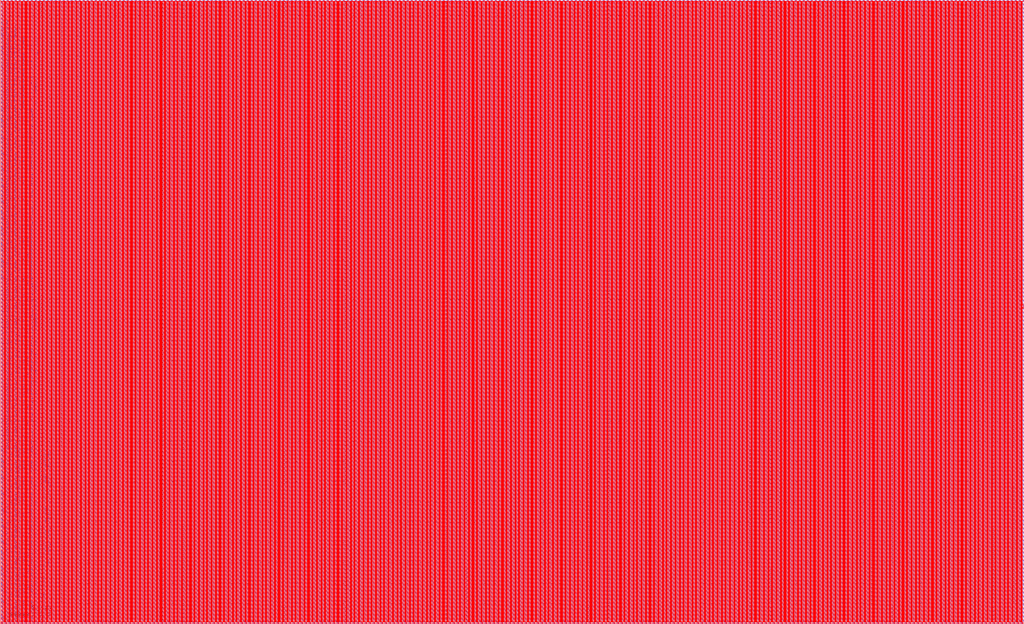
<source format=lef>
VERSION 5.7 ;
BUSBITCHARS "[]" ;
MACRO sram_32x16384_1rw
  FOREIGN sram_32x16384_1rw 0 0 ;
  SYMMETRY X Y R90 ;
  SIZE 1010.230 BY 616.000 ;
  CLASS BLOCK ;
  PIN w_mask_in[0]
    DIRECTION INPUT ;
    USE SIGNAL ;
    SHAPE ABUTMENT ;
    PORT
      LAYER metal3 ;
      RECT 0.000 1.365 0.070 1.435 ;
    END
  END w_mask_in[0]
  PIN w_mask_in[1]
    DIRECTION INPUT ;
    USE SIGNAL ;
    SHAPE ABUTMENT ;
    PORT
      LAYER metal3 ;
      RECT 0.000 6.685 0.070 6.755 ;
    END
  END w_mask_in[1]
  PIN w_mask_in[2]
    DIRECTION INPUT ;
    USE SIGNAL ;
    SHAPE ABUTMENT ;
    PORT
      LAYER metal3 ;
      RECT 0.000 12.005 0.070 12.075 ;
    END
  END w_mask_in[2]
  PIN w_mask_in[3]
    DIRECTION INPUT ;
    USE SIGNAL ;
    SHAPE ABUTMENT ;
    PORT
      LAYER metal3 ;
      RECT 0.000 17.325 0.070 17.395 ;
    END
  END w_mask_in[3]
  PIN w_mask_in[4]
    DIRECTION INPUT ;
    USE SIGNAL ;
    SHAPE ABUTMENT ;
    PORT
      LAYER metal3 ;
      RECT 0.000 22.645 0.070 22.715 ;
    END
  END w_mask_in[4]
  PIN w_mask_in[5]
    DIRECTION INPUT ;
    USE SIGNAL ;
    SHAPE ABUTMENT ;
    PORT
      LAYER metal3 ;
      RECT 0.000 27.965 0.070 28.035 ;
    END
  END w_mask_in[5]
  PIN w_mask_in[6]
    DIRECTION INPUT ;
    USE SIGNAL ;
    SHAPE ABUTMENT ;
    PORT
      LAYER metal3 ;
      RECT 0.000 33.285 0.070 33.355 ;
    END
  END w_mask_in[6]
  PIN w_mask_in[7]
    DIRECTION INPUT ;
    USE SIGNAL ;
    SHAPE ABUTMENT ;
    PORT
      LAYER metal3 ;
      RECT 0.000 38.605 0.070 38.675 ;
    END
  END w_mask_in[7]
  PIN w_mask_in[8]
    DIRECTION INPUT ;
    USE SIGNAL ;
    SHAPE ABUTMENT ;
    PORT
      LAYER metal3 ;
      RECT 0.000 43.925 0.070 43.995 ;
    END
  END w_mask_in[8]
  PIN w_mask_in[9]
    DIRECTION INPUT ;
    USE SIGNAL ;
    SHAPE ABUTMENT ;
    PORT
      LAYER metal3 ;
      RECT 0.000 49.245 0.070 49.315 ;
    END
  END w_mask_in[9]
  PIN w_mask_in[10]
    DIRECTION INPUT ;
    USE SIGNAL ;
    SHAPE ABUTMENT ;
    PORT
      LAYER metal3 ;
      RECT 0.000 54.565 0.070 54.635 ;
    END
  END w_mask_in[10]
  PIN w_mask_in[11]
    DIRECTION INPUT ;
    USE SIGNAL ;
    SHAPE ABUTMENT ;
    PORT
      LAYER metal3 ;
      RECT 0.000 59.885 0.070 59.955 ;
    END
  END w_mask_in[11]
  PIN w_mask_in[12]
    DIRECTION INPUT ;
    USE SIGNAL ;
    SHAPE ABUTMENT ;
    PORT
      LAYER metal3 ;
      RECT 0.000 65.205 0.070 65.275 ;
    END
  END w_mask_in[12]
  PIN w_mask_in[13]
    DIRECTION INPUT ;
    USE SIGNAL ;
    SHAPE ABUTMENT ;
    PORT
      LAYER metal3 ;
      RECT 0.000 70.525 0.070 70.595 ;
    END
  END w_mask_in[13]
  PIN w_mask_in[14]
    DIRECTION INPUT ;
    USE SIGNAL ;
    SHAPE ABUTMENT ;
    PORT
      LAYER metal3 ;
      RECT 0.000 75.845 0.070 75.915 ;
    END
  END w_mask_in[14]
  PIN w_mask_in[15]
    DIRECTION INPUT ;
    USE SIGNAL ;
    SHAPE ABUTMENT ;
    PORT
      LAYER metal3 ;
      RECT 0.000 81.165 0.070 81.235 ;
    END
  END w_mask_in[15]
  PIN w_mask_in[16]
    DIRECTION INPUT ;
    USE SIGNAL ;
    SHAPE ABUTMENT ;
    PORT
      LAYER metal3 ;
      RECT 0.000 86.485 0.070 86.555 ;
    END
  END w_mask_in[16]
  PIN w_mask_in[17]
    DIRECTION INPUT ;
    USE SIGNAL ;
    SHAPE ABUTMENT ;
    PORT
      LAYER metal3 ;
      RECT 0.000 91.805 0.070 91.875 ;
    END
  END w_mask_in[17]
  PIN w_mask_in[18]
    DIRECTION INPUT ;
    USE SIGNAL ;
    SHAPE ABUTMENT ;
    PORT
      LAYER metal3 ;
      RECT 0.000 97.125 0.070 97.195 ;
    END
  END w_mask_in[18]
  PIN w_mask_in[19]
    DIRECTION INPUT ;
    USE SIGNAL ;
    SHAPE ABUTMENT ;
    PORT
      LAYER metal3 ;
      RECT 0.000 102.445 0.070 102.515 ;
    END
  END w_mask_in[19]
  PIN w_mask_in[20]
    DIRECTION INPUT ;
    USE SIGNAL ;
    SHAPE ABUTMENT ;
    PORT
      LAYER metal3 ;
      RECT 0.000 107.765 0.070 107.835 ;
    END
  END w_mask_in[20]
  PIN w_mask_in[21]
    DIRECTION INPUT ;
    USE SIGNAL ;
    SHAPE ABUTMENT ;
    PORT
      LAYER metal3 ;
      RECT 0.000 113.085 0.070 113.155 ;
    END
  END w_mask_in[21]
  PIN w_mask_in[22]
    DIRECTION INPUT ;
    USE SIGNAL ;
    SHAPE ABUTMENT ;
    PORT
      LAYER metal3 ;
      RECT 0.000 118.405 0.070 118.475 ;
    END
  END w_mask_in[22]
  PIN w_mask_in[23]
    DIRECTION INPUT ;
    USE SIGNAL ;
    SHAPE ABUTMENT ;
    PORT
      LAYER metal3 ;
      RECT 0.000 123.725 0.070 123.795 ;
    END
  END w_mask_in[23]
  PIN w_mask_in[24]
    DIRECTION INPUT ;
    USE SIGNAL ;
    SHAPE ABUTMENT ;
    PORT
      LAYER metal3 ;
      RECT 0.000 129.045 0.070 129.115 ;
    END
  END w_mask_in[24]
  PIN w_mask_in[25]
    DIRECTION INPUT ;
    USE SIGNAL ;
    SHAPE ABUTMENT ;
    PORT
      LAYER metal3 ;
      RECT 0.000 134.365 0.070 134.435 ;
    END
  END w_mask_in[25]
  PIN w_mask_in[26]
    DIRECTION INPUT ;
    USE SIGNAL ;
    SHAPE ABUTMENT ;
    PORT
      LAYER metal3 ;
      RECT 0.000 139.685 0.070 139.755 ;
    END
  END w_mask_in[26]
  PIN w_mask_in[27]
    DIRECTION INPUT ;
    USE SIGNAL ;
    SHAPE ABUTMENT ;
    PORT
      LAYER metal3 ;
      RECT 0.000 145.005 0.070 145.075 ;
    END
  END w_mask_in[27]
  PIN w_mask_in[28]
    DIRECTION INPUT ;
    USE SIGNAL ;
    SHAPE ABUTMENT ;
    PORT
      LAYER metal3 ;
      RECT 0.000 150.325 0.070 150.395 ;
    END
  END w_mask_in[28]
  PIN w_mask_in[29]
    DIRECTION INPUT ;
    USE SIGNAL ;
    SHAPE ABUTMENT ;
    PORT
      LAYER metal3 ;
      RECT 0.000 155.645 0.070 155.715 ;
    END
  END w_mask_in[29]
  PIN w_mask_in[30]
    DIRECTION INPUT ;
    USE SIGNAL ;
    SHAPE ABUTMENT ;
    PORT
      LAYER metal3 ;
      RECT 0.000 160.965 0.070 161.035 ;
    END
  END w_mask_in[30]
  PIN w_mask_in[31]
    DIRECTION INPUT ;
    USE SIGNAL ;
    SHAPE ABUTMENT ;
    PORT
      LAYER metal3 ;
      RECT 0.000 166.285 0.070 166.355 ;
    END
  END w_mask_in[31]
  PIN rd_out[0]
    DIRECTION OUTPUT ;
    USE SIGNAL ;
    SHAPE ABUTMENT ;
    PORT
      LAYER metal3 ;
      RECT 0.000 169.225 0.070 169.295 ;
    END
  END rd_out[0]
  PIN rd_out[1]
    DIRECTION OUTPUT ;
    USE SIGNAL ;
    SHAPE ABUTMENT ;
    PORT
      LAYER metal3 ;
      RECT 0.000 174.545 0.070 174.615 ;
    END
  END rd_out[1]
  PIN rd_out[2]
    DIRECTION OUTPUT ;
    USE SIGNAL ;
    SHAPE ABUTMENT ;
    PORT
      LAYER metal3 ;
      RECT 0.000 179.865 0.070 179.935 ;
    END
  END rd_out[2]
  PIN rd_out[3]
    DIRECTION OUTPUT ;
    USE SIGNAL ;
    SHAPE ABUTMENT ;
    PORT
      LAYER metal3 ;
      RECT 0.000 185.185 0.070 185.255 ;
    END
  END rd_out[3]
  PIN rd_out[4]
    DIRECTION OUTPUT ;
    USE SIGNAL ;
    SHAPE ABUTMENT ;
    PORT
      LAYER metal3 ;
      RECT 0.000 190.505 0.070 190.575 ;
    END
  END rd_out[4]
  PIN rd_out[5]
    DIRECTION OUTPUT ;
    USE SIGNAL ;
    SHAPE ABUTMENT ;
    PORT
      LAYER metal3 ;
      RECT 0.000 195.825 0.070 195.895 ;
    END
  END rd_out[5]
  PIN rd_out[6]
    DIRECTION OUTPUT ;
    USE SIGNAL ;
    SHAPE ABUTMENT ;
    PORT
      LAYER metal3 ;
      RECT 0.000 201.145 0.070 201.215 ;
    END
  END rd_out[6]
  PIN rd_out[7]
    DIRECTION OUTPUT ;
    USE SIGNAL ;
    SHAPE ABUTMENT ;
    PORT
      LAYER metal3 ;
      RECT 0.000 206.465 0.070 206.535 ;
    END
  END rd_out[7]
  PIN rd_out[8]
    DIRECTION OUTPUT ;
    USE SIGNAL ;
    SHAPE ABUTMENT ;
    PORT
      LAYER metal3 ;
      RECT 0.000 211.785 0.070 211.855 ;
    END
  END rd_out[8]
  PIN rd_out[9]
    DIRECTION OUTPUT ;
    USE SIGNAL ;
    SHAPE ABUTMENT ;
    PORT
      LAYER metal3 ;
      RECT 0.000 217.105 0.070 217.175 ;
    END
  END rd_out[9]
  PIN rd_out[10]
    DIRECTION OUTPUT ;
    USE SIGNAL ;
    SHAPE ABUTMENT ;
    PORT
      LAYER metal3 ;
      RECT 0.000 222.425 0.070 222.495 ;
    END
  END rd_out[10]
  PIN rd_out[11]
    DIRECTION OUTPUT ;
    USE SIGNAL ;
    SHAPE ABUTMENT ;
    PORT
      LAYER metal3 ;
      RECT 0.000 227.745 0.070 227.815 ;
    END
  END rd_out[11]
  PIN rd_out[12]
    DIRECTION OUTPUT ;
    USE SIGNAL ;
    SHAPE ABUTMENT ;
    PORT
      LAYER metal3 ;
      RECT 0.000 233.065 0.070 233.135 ;
    END
  END rd_out[12]
  PIN rd_out[13]
    DIRECTION OUTPUT ;
    USE SIGNAL ;
    SHAPE ABUTMENT ;
    PORT
      LAYER metal3 ;
      RECT 0.000 238.385 0.070 238.455 ;
    END
  END rd_out[13]
  PIN rd_out[14]
    DIRECTION OUTPUT ;
    USE SIGNAL ;
    SHAPE ABUTMENT ;
    PORT
      LAYER metal3 ;
      RECT 0.000 243.705 0.070 243.775 ;
    END
  END rd_out[14]
  PIN rd_out[15]
    DIRECTION OUTPUT ;
    USE SIGNAL ;
    SHAPE ABUTMENT ;
    PORT
      LAYER metal3 ;
      RECT 0.000 249.025 0.070 249.095 ;
    END
  END rd_out[15]
  PIN rd_out[16]
    DIRECTION OUTPUT ;
    USE SIGNAL ;
    SHAPE ABUTMENT ;
    PORT
      LAYER metal3 ;
      RECT 0.000 254.345 0.070 254.415 ;
    END
  END rd_out[16]
  PIN rd_out[17]
    DIRECTION OUTPUT ;
    USE SIGNAL ;
    SHAPE ABUTMENT ;
    PORT
      LAYER metal3 ;
      RECT 0.000 259.665 0.070 259.735 ;
    END
  END rd_out[17]
  PIN rd_out[18]
    DIRECTION OUTPUT ;
    USE SIGNAL ;
    SHAPE ABUTMENT ;
    PORT
      LAYER metal3 ;
      RECT 0.000 264.985 0.070 265.055 ;
    END
  END rd_out[18]
  PIN rd_out[19]
    DIRECTION OUTPUT ;
    USE SIGNAL ;
    SHAPE ABUTMENT ;
    PORT
      LAYER metal3 ;
      RECT 0.000 270.305 0.070 270.375 ;
    END
  END rd_out[19]
  PIN rd_out[20]
    DIRECTION OUTPUT ;
    USE SIGNAL ;
    SHAPE ABUTMENT ;
    PORT
      LAYER metal3 ;
      RECT 0.000 275.625 0.070 275.695 ;
    END
  END rd_out[20]
  PIN rd_out[21]
    DIRECTION OUTPUT ;
    USE SIGNAL ;
    SHAPE ABUTMENT ;
    PORT
      LAYER metal3 ;
      RECT 0.000 280.945 0.070 281.015 ;
    END
  END rd_out[21]
  PIN rd_out[22]
    DIRECTION OUTPUT ;
    USE SIGNAL ;
    SHAPE ABUTMENT ;
    PORT
      LAYER metal3 ;
      RECT 0.000 286.265 0.070 286.335 ;
    END
  END rd_out[22]
  PIN rd_out[23]
    DIRECTION OUTPUT ;
    USE SIGNAL ;
    SHAPE ABUTMENT ;
    PORT
      LAYER metal3 ;
      RECT 0.000 291.585 0.070 291.655 ;
    END
  END rd_out[23]
  PIN rd_out[24]
    DIRECTION OUTPUT ;
    USE SIGNAL ;
    SHAPE ABUTMENT ;
    PORT
      LAYER metal3 ;
      RECT 0.000 296.905 0.070 296.975 ;
    END
  END rd_out[24]
  PIN rd_out[25]
    DIRECTION OUTPUT ;
    USE SIGNAL ;
    SHAPE ABUTMENT ;
    PORT
      LAYER metal3 ;
      RECT 0.000 302.225 0.070 302.295 ;
    END
  END rd_out[25]
  PIN rd_out[26]
    DIRECTION OUTPUT ;
    USE SIGNAL ;
    SHAPE ABUTMENT ;
    PORT
      LAYER metal3 ;
      RECT 0.000 307.545 0.070 307.615 ;
    END
  END rd_out[26]
  PIN rd_out[27]
    DIRECTION OUTPUT ;
    USE SIGNAL ;
    SHAPE ABUTMENT ;
    PORT
      LAYER metal3 ;
      RECT 0.000 312.865 0.070 312.935 ;
    END
  END rd_out[27]
  PIN rd_out[28]
    DIRECTION OUTPUT ;
    USE SIGNAL ;
    SHAPE ABUTMENT ;
    PORT
      LAYER metal3 ;
      RECT 0.000 318.185 0.070 318.255 ;
    END
  END rd_out[28]
  PIN rd_out[29]
    DIRECTION OUTPUT ;
    USE SIGNAL ;
    SHAPE ABUTMENT ;
    PORT
      LAYER metal3 ;
      RECT 0.000 323.505 0.070 323.575 ;
    END
  END rd_out[29]
  PIN rd_out[30]
    DIRECTION OUTPUT ;
    USE SIGNAL ;
    SHAPE ABUTMENT ;
    PORT
      LAYER metal3 ;
      RECT 0.000 328.825 0.070 328.895 ;
    END
  END rd_out[30]
  PIN rd_out[31]
    DIRECTION OUTPUT ;
    USE SIGNAL ;
    SHAPE ABUTMENT ;
    PORT
      LAYER metal3 ;
      RECT 0.000 334.145 0.070 334.215 ;
    END
  END rd_out[31]
  PIN wd_in[0]
    DIRECTION INPUT ;
    USE SIGNAL ;
    SHAPE ABUTMENT ;
    PORT
      LAYER metal3 ;
      RECT 0.000 337.085 0.070 337.155 ;
    END
  END wd_in[0]
  PIN wd_in[1]
    DIRECTION INPUT ;
    USE SIGNAL ;
    SHAPE ABUTMENT ;
    PORT
      LAYER metal3 ;
      RECT 0.000 342.405 0.070 342.475 ;
    END
  END wd_in[1]
  PIN wd_in[2]
    DIRECTION INPUT ;
    USE SIGNAL ;
    SHAPE ABUTMENT ;
    PORT
      LAYER metal3 ;
      RECT 0.000 347.725 0.070 347.795 ;
    END
  END wd_in[2]
  PIN wd_in[3]
    DIRECTION INPUT ;
    USE SIGNAL ;
    SHAPE ABUTMENT ;
    PORT
      LAYER metal3 ;
      RECT 0.000 353.045 0.070 353.115 ;
    END
  END wd_in[3]
  PIN wd_in[4]
    DIRECTION INPUT ;
    USE SIGNAL ;
    SHAPE ABUTMENT ;
    PORT
      LAYER metal3 ;
      RECT 0.000 358.365 0.070 358.435 ;
    END
  END wd_in[4]
  PIN wd_in[5]
    DIRECTION INPUT ;
    USE SIGNAL ;
    SHAPE ABUTMENT ;
    PORT
      LAYER metal3 ;
      RECT 0.000 363.685 0.070 363.755 ;
    END
  END wd_in[5]
  PIN wd_in[6]
    DIRECTION INPUT ;
    USE SIGNAL ;
    SHAPE ABUTMENT ;
    PORT
      LAYER metal3 ;
      RECT 0.000 369.005 0.070 369.075 ;
    END
  END wd_in[6]
  PIN wd_in[7]
    DIRECTION INPUT ;
    USE SIGNAL ;
    SHAPE ABUTMENT ;
    PORT
      LAYER metal3 ;
      RECT 0.000 374.325 0.070 374.395 ;
    END
  END wd_in[7]
  PIN wd_in[8]
    DIRECTION INPUT ;
    USE SIGNAL ;
    SHAPE ABUTMENT ;
    PORT
      LAYER metal3 ;
      RECT 0.000 379.645 0.070 379.715 ;
    END
  END wd_in[8]
  PIN wd_in[9]
    DIRECTION INPUT ;
    USE SIGNAL ;
    SHAPE ABUTMENT ;
    PORT
      LAYER metal3 ;
      RECT 0.000 384.965 0.070 385.035 ;
    END
  END wd_in[9]
  PIN wd_in[10]
    DIRECTION INPUT ;
    USE SIGNAL ;
    SHAPE ABUTMENT ;
    PORT
      LAYER metal3 ;
      RECT 0.000 390.285 0.070 390.355 ;
    END
  END wd_in[10]
  PIN wd_in[11]
    DIRECTION INPUT ;
    USE SIGNAL ;
    SHAPE ABUTMENT ;
    PORT
      LAYER metal3 ;
      RECT 0.000 395.605 0.070 395.675 ;
    END
  END wd_in[11]
  PIN wd_in[12]
    DIRECTION INPUT ;
    USE SIGNAL ;
    SHAPE ABUTMENT ;
    PORT
      LAYER metal3 ;
      RECT 0.000 400.925 0.070 400.995 ;
    END
  END wd_in[12]
  PIN wd_in[13]
    DIRECTION INPUT ;
    USE SIGNAL ;
    SHAPE ABUTMENT ;
    PORT
      LAYER metal3 ;
      RECT 0.000 406.245 0.070 406.315 ;
    END
  END wd_in[13]
  PIN wd_in[14]
    DIRECTION INPUT ;
    USE SIGNAL ;
    SHAPE ABUTMENT ;
    PORT
      LAYER metal3 ;
      RECT 0.000 411.565 0.070 411.635 ;
    END
  END wd_in[14]
  PIN wd_in[15]
    DIRECTION INPUT ;
    USE SIGNAL ;
    SHAPE ABUTMENT ;
    PORT
      LAYER metal3 ;
      RECT 0.000 416.885 0.070 416.955 ;
    END
  END wd_in[15]
  PIN wd_in[16]
    DIRECTION INPUT ;
    USE SIGNAL ;
    SHAPE ABUTMENT ;
    PORT
      LAYER metal3 ;
      RECT 0.000 422.205 0.070 422.275 ;
    END
  END wd_in[16]
  PIN wd_in[17]
    DIRECTION INPUT ;
    USE SIGNAL ;
    SHAPE ABUTMENT ;
    PORT
      LAYER metal3 ;
      RECT 0.000 427.525 0.070 427.595 ;
    END
  END wd_in[17]
  PIN wd_in[18]
    DIRECTION INPUT ;
    USE SIGNAL ;
    SHAPE ABUTMENT ;
    PORT
      LAYER metal3 ;
      RECT 0.000 432.845 0.070 432.915 ;
    END
  END wd_in[18]
  PIN wd_in[19]
    DIRECTION INPUT ;
    USE SIGNAL ;
    SHAPE ABUTMENT ;
    PORT
      LAYER metal3 ;
      RECT 0.000 438.165 0.070 438.235 ;
    END
  END wd_in[19]
  PIN wd_in[20]
    DIRECTION INPUT ;
    USE SIGNAL ;
    SHAPE ABUTMENT ;
    PORT
      LAYER metal3 ;
      RECT 0.000 443.485 0.070 443.555 ;
    END
  END wd_in[20]
  PIN wd_in[21]
    DIRECTION INPUT ;
    USE SIGNAL ;
    SHAPE ABUTMENT ;
    PORT
      LAYER metal3 ;
      RECT 0.000 448.805 0.070 448.875 ;
    END
  END wd_in[21]
  PIN wd_in[22]
    DIRECTION INPUT ;
    USE SIGNAL ;
    SHAPE ABUTMENT ;
    PORT
      LAYER metal3 ;
      RECT 0.000 454.125 0.070 454.195 ;
    END
  END wd_in[22]
  PIN wd_in[23]
    DIRECTION INPUT ;
    USE SIGNAL ;
    SHAPE ABUTMENT ;
    PORT
      LAYER metal3 ;
      RECT 0.000 459.445 0.070 459.515 ;
    END
  END wd_in[23]
  PIN wd_in[24]
    DIRECTION INPUT ;
    USE SIGNAL ;
    SHAPE ABUTMENT ;
    PORT
      LAYER metal3 ;
      RECT 0.000 464.765 0.070 464.835 ;
    END
  END wd_in[24]
  PIN wd_in[25]
    DIRECTION INPUT ;
    USE SIGNAL ;
    SHAPE ABUTMENT ;
    PORT
      LAYER metal3 ;
      RECT 0.000 470.085 0.070 470.155 ;
    END
  END wd_in[25]
  PIN wd_in[26]
    DIRECTION INPUT ;
    USE SIGNAL ;
    SHAPE ABUTMENT ;
    PORT
      LAYER metal3 ;
      RECT 0.000 475.405 0.070 475.475 ;
    END
  END wd_in[26]
  PIN wd_in[27]
    DIRECTION INPUT ;
    USE SIGNAL ;
    SHAPE ABUTMENT ;
    PORT
      LAYER metal3 ;
      RECT 0.000 480.725 0.070 480.795 ;
    END
  END wd_in[27]
  PIN wd_in[28]
    DIRECTION INPUT ;
    USE SIGNAL ;
    SHAPE ABUTMENT ;
    PORT
      LAYER metal3 ;
      RECT 0.000 486.045 0.070 486.115 ;
    END
  END wd_in[28]
  PIN wd_in[29]
    DIRECTION INPUT ;
    USE SIGNAL ;
    SHAPE ABUTMENT ;
    PORT
      LAYER metal3 ;
      RECT 0.000 491.365 0.070 491.435 ;
    END
  END wd_in[29]
  PIN wd_in[30]
    DIRECTION INPUT ;
    USE SIGNAL ;
    SHAPE ABUTMENT ;
    PORT
      LAYER metal3 ;
      RECT 0.000 496.685 0.070 496.755 ;
    END
  END wd_in[30]
  PIN wd_in[31]
    DIRECTION INPUT ;
    USE SIGNAL ;
    SHAPE ABUTMENT ;
    PORT
      LAYER metal3 ;
      RECT 0.000 502.005 0.070 502.075 ;
    END
  END wd_in[31]
  PIN addr_in[0]
    DIRECTION INPUT ;
    USE SIGNAL ;
    SHAPE ABUTMENT ;
    PORT
      LAYER metal3 ;
      RECT 0.000 504.945 0.070 505.015 ;
    END
  END addr_in[0]
  PIN addr_in[1]
    DIRECTION INPUT ;
    USE SIGNAL ;
    SHAPE ABUTMENT ;
    PORT
      LAYER metal3 ;
      RECT 0.000 510.265 0.070 510.335 ;
    END
  END addr_in[1]
  PIN addr_in[2]
    DIRECTION INPUT ;
    USE SIGNAL ;
    SHAPE ABUTMENT ;
    PORT
      LAYER metal3 ;
      RECT 0.000 515.585 0.070 515.655 ;
    END
  END addr_in[2]
  PIN addr_in[3]
    DIRECTION INPUT ;
    USE SIGNAL ;
    SHAPE ABUTMENT ;
    PORT
      LAYER metal3 ;
      RECT 0.000 520.905 0.070 520.975 ;
    END
  END addr_in[3]
  PIN addr_in[4]
    DIRECTION INPUT ;
    USE SIGNAL ;
    SHAPE ABUTMENT ;
    PORT
      LAYER metal3 ;
      RECT 0.000 526.225 0.070 526.295 ;
    END
  END addr_in[4]
  PIN addr_in[5]
    DIRECTION INPUT ;
    USE SIGNAL ;
    SHAPE ABUTMENT ;
    PORT
      LAYER metal3 ;
      RECT 0.000 531.545 0.070 531.615 ;
    END
  END addr_in[5]
  PIN addr_in[6]
    DIRECTION INPUT ;
    USE SIGNAL ;
    SHAPE ABUTMENT ;
    PORT
      LAYER metal3 ;
      RECT 0.000 536.865 0.070 536.935 ;
    END
  END addr_in[6]
  PIN addr_in[7]
    DIRECTION INPUT ;
    USE SIGNAL ;
    SHAPE ABUTMENT ;
    PORT
      LAYER metal3 ;
      RECT 0.000 542.185 0.070 542.255 ;
    END
  END addr_in[7]
  PIN addr_in[8]
    DIRECTION INPUT ;
    USE SIGNAL ;
    SHAPE ABUTMENT ;
    PORT
      LAYER metal3 ;
      RECT 0.000 547.505 0.070 547.575 ;
    END
  END addr_in[8]
  PIN addr_in[9]
    DIRECTION INPUT ;
    USE SIGNAL ;
    SHAPE ABUTMENT ;
    PORT
      LAYER metal3 ;
      RECT 0.000 552.825 0.070 552.895 ;
    END
  END addr_in[9]
  PIN addr_in[10]
    DIRECTION INPUT ;
    USE SIGNAL ;
    SHAPE ABUTMENT ;
    PORT
      LAYER metal3 ;
      RECT 0.000 558.145 0.070 558.215 ;
    END
  END addr_in[10]
  PIN addr_in[11]
    DIRECTION INPUT ;
    USE SIGNAL ;
    SHAPE ABUTMENT ;
    PORT
      LAYER metal3 ;
      RECT 0.000 563.465 0.070 563.535 ;
    END
  END addr_in[11]
  PIN addr_in[12]
    DIRECTION INPUT ;
    USE SIGNAL ;
    SHAPE ABUTMENT ;
    PORT
      LAYER metal3 ;
      RECT 0.000 568.785 0.070 568.855 ;
    END
  END addr_in[12]
  PIN addr_in[13]
    DIRECTION INPUT ;
    USE SIGNAL ;
    SHAPE ABUTMENT ;
    PORT
      LAYER metal3 ;
      RECT 0.000 574.105 0.070 574.175 ;
    END
  END addr_in[13]
  PIN we_in
    DIRECTION INPUT ;
    USE SIGNAL ;
    SHAPE ABUTMENT ;
    PORT
      LAYER metal3 ;
      RECT 0.000 577.045 0.070 577.115 ;
    END
  END we_in
  PIN ce_in
    DIRECTION INPUT ;
    USE SIGNAL ;
    SHAPE ABUTMENT ;
    PORT
      LAYER metal3 ;
      RECT 0.000 582.365 0.070 582.435 ;
    END
  END ce_in
  PIN clk
    DIRECTION INPUT ;
    USE SIGNAL ;
    SHAPE ABUTMENT ;
    PORT
      LAYER metal3 ;
      RECT 0.000 587.685 0.070 587.755 ;
    END
  END clk
  PIN VSS
    DIRECTION INOUT ;
    USE GROUND ;
    PORT
      LAYER metal4 ;
      RECT 1.260 1.400 1.540 614.600 ;
      RECT 3.500 1.400 3.780 614.600 ;
      RECT 5.740 1.400 6.020 614.600 ;
      RECT 7.980 1.400 8.260 614.600 ;
      RECT 10.220 1.400 10.500 614.600 ;
      RECT 12.460 1.400 12.740 614.600 ;
      RECT 14.700 1.400 14.980 614.600 ;
      RECT 16.940 1.400 17.220 614.600 ;
      RECT 19.180 1.400 19.460 614.600 ;
      RECT 21.420 1.400 21.700 614.600 ;
      RECT 23.660 1.400 23.940 614.600 ;
      RECT 25.900 1.400 26.180 614.600 ;
      RECT 28.140 1.400 28.420 614.600 ;
      RECT 30.380 1.400 30.660 614.600 ;
      RECT 32.620 1.400 32.900 614.600 ;
      RECT 34.860 1.400 35.140 614.600 ;
      RECT 37.100 1.400 37.380 614.600 ;
      RECT 39.340 1.400 39.620 614.600 ;
      RECT 41.580 1.400 41.860 614.600 ;
      RECT 43.820 1.400 44.100 614.600 ;
      RECT 46.060 1.400 46.340 614.600 ;
      RECT 48.300 1.400 48.580 614.600 ;
      RECT 50.540 1.400 50.820 614.600 ;
      RECT 52.780 1.400 53.060 614.600 ;
      RECT 55.020 1.400 55.300 614.600 ;
      RECT 57.260 1.400 57.540 614.600 ;
      RECT 59.500 1.400 59.780 614.600 ;
      RECT 61.740 1.400 62.020 614.600 ;
      RECT 63.980 1.400 64.260 614.600 ;
      RECT 66.220 1.400 66.500 614.600 ;
      RECT 68.460 1.400 68.740 614.600 ;
      RECT 70.700 1.400 70.980 614.600 ;
      RECT 72.940 1.400 73.220 614.600 ;
      RECT 75.180 1.400 75.460 614.600 ;
      RECT 77.420 1.400 77.700 614.600 ;
      RECT 79.660 1.400 79.940 614.600 ;
      RECT 81.900 1.400 82.180 614.600 ;
      RECT 84.140 1.400 84.420 614.600 ;
      RECT 86.380 1.400 86.660 614.600 ;
      RECT 88.620 1.400 88.900 614.600 ;
      RECT 90.860 1.400 91.140 614.600 ;
      RECT 93.100 1.400 93.380 614.600 ;
      RECT 95.340 1.400 95.620 614.600 ;
      RECT 97.580 1.400 97.860 614.600 ;
      RECT 99.820 1.400 100.100 614.600 ;
      RECT 102.060 1.400 102.340 614.600 ;
      RECT 104.300 1.400 104.580 614.600 ;
      RECT 106.540 1.400 106.820 614.600 ;
      RECT 108.780 1.400 109.060 614.600 ;
      RECT 111.020 1.400 111.300 614.600 ;
      RECT 113.260 1.400 113.540 614.600 ;
      RECT 115.500 1.400 115.780 614.600 ;
      RECT 117.740 1.400 118.020 614.600 ;
      RECT 119.980 1.400 120.260 614.600 ;
      RECT 122.220 1.400 122.500 614.600 ;
      RECT 124.460 1.400 124.740 614.600 ;
      RECT 126.700 1.400 126.980 614.600 ;
      RECT 128.940 1.400 129.220 614.600 ;
      RECT 131.180 1.400 131.460 614.600 ;
      RECT 133.420 1.400 133.700 614.600 ;
      RECT 135.660 1.400 135.940 614.600 ;
      RECT 137.900 1.400 138.180 614.600 ;
      RECT 140.140 1.400 140.420 614.600 ;
      RECT 142.380 1.400 142.660 614.600 ;
      RECT 144.620 1.400 144.900 614.600 ;
      RECT 146.860 1.400 147.140 614.600 ;
      RECT 149.100 1.400 149.380 614.600 ;
      RECT 151.340 1.400 151.620 614.600 ;
      RECT 153.580 1.400 153.860 614.600 ;
      RECT 155.820 1.400 156.100 614.600 ;
      RECT 158.060 1.400 158.340 614.600 ;
      RECT 160.300 1.400 160.580 614.600 ;
      RECT 162.540 1.400 162.820 614.600 ;
      RECT 164.780 1.400 165.060 614.600 ;
      RECT 167.020 1.400 167.300 614.600 ;
      RECT 169.260 1.400 169.540 614.600 ;
      RECT 171.500 1.400 171.780 614.600 ;
      RECT 173.740 1.400 174.020 614.600 ;
      RECT 175.980 1.400 176.260 614.600 ;
      RECT 178.220 1.400 178.500 614.600 ;
      RECT 180.460 1.400 180.740 614.600 ;
      RECT 182.700 1.400 182.980 614.600 ;
      RECT 184.940 1.400 185.220 614.600 ;
      RECT 187.180 1.400 187.460 614.600 ;
      RECT 189.420 1.400 189.700 614.600 ;
      RECT 191.660 1.400 191.940 614.600 ;
      RECT 193.900 1.400 194.180 614.600 ;
      RECT 196.140 1.400 196.420 614.600 ;
      RECT 198.380 1.400 198.660 614.600 ;
      RECT 200.620 1.400 200.900 614.600 ;
      RECT 202.860 1.400 203.140 614.600 ;
      RECT 205.100 1.400 205.380 614.600 ;
      RECT 207.340 1.400 207.620 614.600 ;
      RECT 209.580 1.400 209.860 614.600 ;
      RECT 211.820 1.400 212.100 614.600 ;
      RECT 214.060 1.400 214.340 614.600 ;
      RECT 216.300 1.400 216.580 614.600 ;
      RECT 218.540 1.400 218.820 614.600 ;
      RECT 220.780 1.400 221.060 614.600 ;
      RECT 223.020 1.400 223.300 614.600 ;
      RECT 225.260 1.400 225.540 614.600 ;
      RECT 227.500 1.400 227.780 614.600 ;
      RECT 229.740 1.400 230.020 614.600 ;
      RECT 231.980 1.400 232.260 614.600 ;
      RECT 234.220 1.400 234.500 614.600 ;
      RECT 236.460 1.400 236.740 614.600 ;
      RECT 238.700 1.400 238.980 614.600 ;
      RECT 240.940 1.400 241.220 614.600 ;
      RECT 243.180 1.400 243.460 614.600 ;
      RECT 245.420 1.400 245.700 614.600 ;
      RECT 247.660 1.400 247.940 614.600 ;
      RECT 249.900 1.400 250.180 614.600 ;
      RECT 252.140 1.400 252.420 614.600 ;
      RECT 254.380 1.400 254.660 614.600 ;
      RECT 256.620 1.400 256.900 614.600 ;
      RECT 258.860 1.400 259.140 614.600 ;
      RECT 261.100 1.400 261.380 614.600 ;
      RECT 263.340 1.400 263.620 614.600 ;
      RECT 265.580 1.400 265.860 614.600 ;
      RECT 267.820 1.400 268.100 614.600 ;
      RECT 270.060 1.400 270.340 614.600 ;
      RECT 272.300 1.400 272.580 614.600 ;
      RECT 274.540 1.400 274.820 614.600 ;
      RECT 276.780 1.400 277.060 614.600 ;
      RECT 279.020 1.400 279.300 614.600 ;
      RECT 281.260 1.400 281.540 614.600 ;
      RECT 283.500 1.400 283.780 614.600 ;
      RECT 285.740 1.400 286.020 614.600 ;
      RECT 287.980 1.400 288.260 614.600 ;
      RECT 290.220 1.400 290.500 614.600 ;
      RECT 292.460 1.400 292.740 614.600 ;
      RECT 294.700 1.400 294.980 614.600 ;
      RECT 296.940 1.400 297.220 614.600 ;
      RECT 299.180 1.400 299.460 614.600 ;
      RECT 301.420 1.400 301.700 614.600 ;
      RECT 303.660 1.400 303.940 614.600 ;
      RECT 305.900 1.400 306.180 614.600 ;
      RECT 308.140 1.400 308.420 614.600 ;
      RECT 310.380 1.400 310.660 614.600 ;
      RECT 312.620 1.400 312.900 614.600 ;
      RECT 314.860 1.400 315.140 614.600 ;
      RECT 317.100 1.400 317.380 614.600 ;
      RECT 319.340 1.400 319.620 614.600 ;
      RECT 321.580 1.400 321.860 614.600 ;
      RECT 323.820 1.400 324.100 614.600 ;
      RECT 326.060 1.400 326.340 614.600 ;
      RECT 328.300 1.400 328.580 614.600 ;
      RECT 330.540 1.400 330.820 614.600 ;
      RECT 332.780 1.400 333.060 614.600 ;
      RECT 335.020 1.400 335.300 614.600 ;
      RECT 337.260 1.400 337.540 614.600 ;
      RECT 339.500 1.400 339.780 614.600 ;
      RECT 341.740 1.400 342.020 614.600 ;
      RECT 343.980 1.400 344.260 614.600 ;
      RECT 346.220 1.400 346.500 614.600 ;
      RECT 348.460 1.400 348.740 614.600 ;
      RECT 350.700 1.400 350.980 614.600 ;
      RECT 352.940 1.400 353.220 614.600 ;
      RECT 355.180 1.400 355.460 614.600 ;
      RECT 357.420 1.400 357.700 614.600 ;
      RECT 359.660 1.400 359.940 614.600 ;
      RECT 361.900 1.400 362.180 614.600 ;
      RECT 364.140 1.400 364.420 614.600 ;
      RECT 366.380 1.400 366.660 614.600 ;
      RECT 368.620 1.400 368.900 614.600 ;
      RECT 370.860 1.400 371.140 614.600 ;
      RECT 373.100 1.400 373.380 614.600 ;
      RECT 375.340 1.400 375.620 614.600 ;
      RECT 377.580 1.400 377.860 614.600 ;
      RECT 379.820 1.400 380.100 614.600 ;
      RECT 382.060 1.400 382.340 614.600 ;
      RECT 384.300 1.400 384.580 614.600 ;
      RECT 386.540 1.400 386.820 614.600 ;
      RECT 388.780 1.400 389.060 614.600 ;
      RECT 391.020 1.400 391.300 614.600 ;
      RECT 393.260 1.400 393.540 614.600 ;
      RECT 395.500 1.400 395.780 614.600 ;
      RECT 397.740 1.400 398.020 614.600 ;
      RECT 399.980 1.400 400.260 614.600 ;
      RECT 402.220 1.400 402.500 614.600 ;
      RECT 404.460 1.400 404.740 614.600 ;
      RECT 406.700 1.400 406.980 614.600 ;
      RECT 408.940 1.400 409.220 614.600 ;
      RECT 411.180 1.400 411.460 614.600 ;
      RECT 413.420 1.400 413.700 614.600 ;
      RECT 415.660 1.400 415.940 614.600 ;
      RECT 417.900 1.400 418.180 614.600 ;
      RECT 420.140 1.400 420.420 614.600 ;
      RECT 422.380 1.400 422.660 614.600 ;
      RECT 424.620 1.400 424.900 614.600 ;
      RECT 426.860 1.400 427.140 614.600 ;
      RECT 429.100 1.400 429.380 614.600 ;
      RECT 431.340 1.400 431.620 614.600 ;
      RECT 433.580 1.400 433.860 614.600 ;
      RECT 435.820 1.400 436.100 614.600 ;
      RECT 438.060 1.400 438.340 614.600 ;
      RECT 440.300 1.400 440.580 614.600 ;
      RECT 442.540 1.400 442.820 614.600 ;
      RECT 444.780 1.400 445.060 614.600 ;
      RECT 447.020 1.400 447.300 614.600 ;
      RECT 449.260 1.400 449.540 614.600 ;
      RECT 451.500 1.400 451.780 614.600 ;
      RECT 453.740 1.400 454.020 614.600 ;
      RECT 455.980 1.400 456.260 614.600 ;
      RECT 458.220 1.400 458.500 614.600 ;
      RECT 460.460 1.400 460.740 614.600 ;
      RECT 462.700 1.400 462.980 614.600 ;
      RECT 464.940 1.400 465.220 614.600 ;
      RECT 467.180 1.400 467.460 614.600 ;
      RECT 469.420 1.400 469.700 614.600 ;
      RECT 471.660 1.400 471.940 614.600 ;
      RECT 473.900 1.400 474.180 614.600 ;
      RECT 476.140 1.400 476.420 614.600 ;
      RECT 478.380 1.400 478.660 614.600 ;
      RECT 480.620 1.400 480.900 614.600 ;
      RECT 482.860 1.400 483.140 614.600 ;
      RECT 485.100 1.400 485.380 614.600 ;
      RECT 487.340 1.400 487.620 614.600 ;
      RECT 489.580 1.400 489.860 614.600 ;
      RECT 491.820 1.400 492.100 614.600 ;
      RECT 494.060 1.400 494.340 614.600 ;
      RECT 496.300 1.400 496.580 614.600 ;
      RECT 498.540 1.400 498.820 614.600 ;
      RECT 500.780 1.400 501.060 614.600 ;
      RECT 503.020 1.400 503.300 614.600 ;
      RECT 505.260 1.400 505.540 614.600 ;
      RECT 507.500 1.400 507.780 614.600 ;
      RECT 509.740 1.400 510.020 614.600 ;
      RECT 511.980 1.400 512.260 614.600 ;
      RECT 514.220 1.400 514.500 614.600 ;
      RECT 516.460 1.400 516.740 614.600 ;
      RECT 518.700 1.400 518.980 614.600 ;
      RECT 520.940 1.400 521.220 614.600 ;
      RECT 523.180 1.400 523.460 614.600 ;
      RECT 525.420 1.400 525.700 614.600 ;
      RECT 527.660 1.400 527.940 614.600 ;
      RECT 529.900 1.400 530.180 614.600 ;
      RECT 532.140 1.400 532.420 614.600 ;
      RECT 534.380 1.400 534.660 614.600 ;
      RECT 536.620 1.400 536.900 614.600 ;
      RECT 538.860 1.400 539.140 614.600 ;
      RECT 541.100 1.400 541.380 614.600 ;
      RECT 543.340 1.400 543.620 614.600 ;
      RECT 545.580 1.400 545.860 614.600 ;
      RECT 547.820 1.400 548.100 614.600 ;
      RECT 550.060 1.400 550.340 614.600 ;
      RECT 552.300 1.400 552.580 614.600 ;
      RECT 554.540 1.400 554.820 614.600 ;
      RECT 556.780 1.400 557.060 614.600 ;
      RECT 559.020 1.400 559.300 614.600 ;
      RECT 561.260 1.400 561.540 614.600 ;
      RECT 563.500 1.400 563.780 614.600 ;
      RECT 565.740 1.400 566.020 614.600 ;
      RECT 567.980 1.400 568.260 614.600 ;
      RECT 570.220 1.400 570.500 614.600 ;
      RECT 572.460 1.400 572.740 614.600 ;
      RECT 574.700 1.400 574.980 614.600 ;
      RECT 576.940 1.400 577.220 614.600 ;
      RECT 579.180 1.400 579.460 614.600 ;
      RECT 581.420 1.400 581.700 614.600 ;
      RECT 583.660 1.400 583.940 614.600 ;
      RECT 585.900 1.400 586.180 614.600 ;
      RECT 588.140 1.400 588.420 614.600 ;
      RECT 590.380 1.400 590.660 614.600 ;
      RECT 592.620 1.400 592.900 614.600 ;
      RECT 594.860 1.400 595.140 614.600 ;
      RECT 597.100 1.400 597.380 614.600 ;
      RECT 599.340 1.400 599.620 614.600 ;
      RECT 601.580 1.400 601.860 614.600 ;
      RECT 603.820 1.400 604.100 614.600 ;
      RECT 606.060 1.400 606.340 614.600 ;
      RECT 608.300 1.400 608.580 614.600 ;
      RECT 610.540 1.400 610.820 614.600 ;
      RECT 612.780 1.400 613.060 614.600 ;
      RECT 615.020 1.400 615.300 614.600 ;
      RECT 617.260 1.400 617.540 614.600 ;
      RECT 619.500 1.400 619.780 614.600 ;
      RECT 621.740 1.400 622.020 614.600 ;
      RECT 623.980 1.400 624.260 614.600 ;
      RECT 626.220 1.400 626.500 614.600 ;
      RECT 628.460 1.400 628.740 614.600 ;
      RECT 630.700 1.400 630.980 614.600 ;
      RECT 632.940 1.400 633.220 614.600 ;
      RECT 635.180 1.400 635.460 614.600 ;
      RECT 637.420 1.400 637.700 614.600 ;
      RECT 639.660 1.400 639.940 614.600 ;
      RECT 641.900 1.400 642.180 614.600 ;
      RECT 644.140 1.400 644.420 614.600 ;
      RECT 646.380 1.400 646.660 614.600 ;
      RECT 648.620 1.400 648.900 614.600 ;
      RECT 650.860 1.400 651.140 614.600 ;
      RECT 653.100 1.400 653.380 614.600 ;
      RECT 655.340 1.400 655.620 614.600 ;
      RECT 657.580 1.400 657.860 614.600 ;
      RECT 659.820 1.400 660.100 614.600 ;
      RECT 662.060 1.400 662.340 614.600 ;
      RECT 664.300 1.400 664.580 614.600 ;
      RECT 666.540 1.400 666.820 614.600 ;
      RECT 668.780 1.400 669.060 614.600 ;
      RECT 671.020 1.400 671.300 614.600 ;
      RECT 673.260 1.400 673.540 614.600 ;
      RECT 675.500 1.400 675.780 614.600 ;
      RECT 677.740 1.400 678.020 614.600 ;
      RECT 679.980 1.400 680.260 614.600 ;
      RECT 682.220 1.400 682.500 614.600 ;
      RECT 684.460 1.400 684.740 614.600 ;
      RECT 686.700 1.400 686.980 614.600 ;
      RECT 688.940 1.400 689.220 614.600 ;
      RECT 691.180 1.400 691.460 614.600 ;
      RECT 693.420 1.400 693.700 614.600 ;
      RECT 695.660 1.400 695.940 614.600 ;
      RECT 697.900 1.400 698.180 614.600 ;
      RECT 700.140 1.400 700.420 614.600 ;
      RECT 702.380 1.400 702.660 614.600 ;
      RECT 704.620 1.400 704.900 614.600 ;
      RECT 706.860 1.400 707.140 614.600 ;
      RECT 709.100 1.400 709.380 614.600 ;
      RECT 711.340 1.400 711.620 614.600 ;
      RECT 713.580 1.400 713.860 614.600 ;
      RECT 715.820 1.400 716.100 614.600 ;
      RECT 718.060 1.400 718.340 614.600 ;
      RECT 720.300 1.400 720.580 614.600 ;
      RECT 722.540 1.400 722.820 614.600 ;
      RECT 724.780 1.400 725.060 614.600 ;
      RECT 727.020 1.400 727.300 614.600 ;
      RECT 729.260 1.400 729.540 614.600 ;
      RECT 731.500 1.400 731.780 614.600 ;
      RECT 733.740 1.400 734.020 614.600 ;
      RECT 735.980 1.400 736.260 614.600 ;
      RECT 738.220 1.400 738.500 614.600 ;
      RECT 740.460 1.400 740.740 614.600 ;
      RECT 742.700 1.400 742.980 614.600 ;
      RECT 744.940 1.400 745.220 614.600 ;
      RECT 747.180 1.400 747.460 614.600 ;
      RECT 749.420 1.400 749.700 614.600 ;
      RECT 751.660 1.400 751.940 614.600 ;
      RECT 753.900 1.400 754.180 614.600 ;
      RECT 756.140 1.400 756.420 614.600 ;
      RECT 758.380 1.400 758.660 614.600 ;
      RECT 760.620 1.400 760.900 614.600 ;
      RECT 762.860 1.400 763.140 614.600 ;
      RECT 765.100 1.400 765.380 614.600 ;
      RECT 767.340 1.400 767.620 614.600 ;
      RECT 769.580 1.400 769.860 614.600 ;
      RECT 771.820 1.400 772.100 614.600 ;
      RECT 774.060 1.400 774.340 614.600 ;
      RECT 776.300 1.400 776.580 614.600 ;
      RECT 778.540 1.400 778.820 614.600 ;
      RECT 780.780 1.400 781.060 614.600 ;
      RECT 783.020 1.400 783.300 614.600 ;
      RECT 785.260 1.400 785.540 614.600 ;
      RECT 787.500 1.400 787.780 614.600 ;
      RECT 789.740 1.400 790.020 614.600 ;
      RECT 791.980 1.400 792.260 614.600 ;
      RECT 794.220 1.400 794.500 614.600 ;
      RECT 796.460 1.400 796.740 614.600 ;
      RECT 798.700 1.400 798.980 614.600 ;
      RECT 800.940 1.400 801.220 614.600 ;
      RECT 803.180 1.400 803.460 614.600 ;
      RECT 805.420 1.400 805.700 614.600 ;
      RECT 807.660 1.400 807.940 614.600 ;
      RECT 809.900 1.400 810.180 614.600 ;
      RECT 812.140 1.400 812.420 614.600 ;
      RECT 814.380 1.400 814.660 614.600 ;
      RECT 816.620 1.400 816.900 614.600 ;
      RECT 818.860 1.400 819.140 614.600 ;
      RECT 821.100 1.400 821.380 614.600 ;
      RECT 823.340 1.400 823.620 614.600 ;
      RECT 825.580 1.400 825.860 614.600 ;
      RECT 827.820 1.400 828.100 614.600 ;
      RECT 830.060 1.400 830.340 614.600 ;
      RECT 832.300 1.400 832.580 614.600 ;
      RECT 834.540 1.400 834.820 614.600 ;
      RECT 836.780 1.400 837.060 614.600 ;
      RECT 839.020 1.400 839.300 614.600 ;
      RECT 841.260 1.400 841.540 614.600 ;
      RECT 843.500 1.400 843.780 614.600 ;
      RECT 845.740 1.400 846.020 614.600 ;
      RECT 847.980 1.400 848.260 614.600 ;
      RECT 850.220 1.400 850.500 614.600 ;
      RECT 852.460 1.400 852.740 614.600 ;
      RECT 854.700 1.400 854.980 614.600 ;
      RECT 856.940 1.400 857.220 614.600 ;
      RECT 859.180 1.400 859.460 614.600 ;
      RECT 861.420 1.400 861.700 614.600 ;
      RECT 863.660 1.400 863.940 614.600 ;
      RECT 865.900 1.400 866.180 614.600 ;
      RECT 868.140 1.400 868.420 614.600 ;
      RECT 870.380 1.400 870.660 614.600 ;
      RECT 872.620 1.400 872.900 614.600 ;
      RECT 874.860 1.400 875.140 614.600 ;
      RECT 877.100 1.400 877.380 614.600 ;
      RECT 879.340 1.400 879.620 614.600 ;
      RECT 881.580 1.400 881.860 614.600 ;
      RECT 883.820 1.400 884.100 614.600 ;
      RECT 886.060 1.400 886.340 614.600 ;
      RECT 888.300 1.400 888.580 614.600 ;
      RECT 890.540 1.400 890.820 614.600 ;
      RECT 892.780 1.400 893.060 614.600 ;
      RECT 895.020 1.400 895.300 614.600 ;
      RECT 897.260 1.400 897.540 614.600 ;
      RECT 899.500 1.400 899.780 614.600 ;
      RECT 901.740 1.400 902.020 614.600 ;
      RECT 903.980 1.400 904.260 614.600 ;
      RECT 906.220 1.400 906.500 614.600 ;
      RECT 908.460 1.400 908.740 614.600 ;
      RECT 910.700 1.400 910.980 614.600 ;
      RECT 912.940 1.400 913.220 614.600 ;
      RECT 915.180 1.400 915.460 614.600 ;
      RECT 917.420 1.400 917.700 614.600 ;
      RECT 919.660 1.400 919.940 614.600 ;
      RECT 921.900 1.400 922.180 614.600 ;
      RECT 924.140 1.400 924.420 614.600 ;
      RECT 926.380 1.400 926.660 614.600 ;
      RECT 928.620 1.400 928.900 614.600 ;
      RECT 930.860 1.400 931.140 614.600 ;
      RECT 933.100 1.400 933.380 614.600 ;
      RECT 935.340 1.400 935.620 614.600 ;
      RECT 937.580 1.400 937.860 614.600 ;
      RECT 939.820 1.400 940.100 614.600 ;
      RECT 942.060 1.400 942.340 614.600 ;
      RECT 944.300 1.400 944.580 614.600 ;
      RECT 946.540 1.400 946.820 614.600 ;
      RECT 948.780 1.400 949.060 614.600 ;
      RECT 951.020 1.400 951.300 614.600 ;
      RECT 953.260 1.400 953.540 614.600 ;
      RECT 955.500 1.400 955.780 614.600 ;
      RECT 957.740 1.400 958.020 614.600 ;
      RECT 959.980 1.400 960.260 614.600 ;
      RECT 962.220 1.400 962.500 614.600 ;
      RECT 964.460 1.400 964.740 614.600 ;
      RECT 966.700 1.400 966.980 614.600 ;
      RECT 968.940 1.400 969.220 614.600 ;
      RECT 971.180 1.400 971.460 614.600 ;
      RECT 973.420 1.400 973.700 614.600 ;
      RECT 975.660 1.400 975.940 614.600 ;
      RECT 977.900 1.400 978.180 614.600 ;
      RECT 980.140 1.400 980.420 614.600 ;
      RECT 982.380 1.400 982.660 614.600 ;
      RECT 984.620 1.400 984.900 614.600 ;
      RECT 986.860 1.400 987.140 614.600 ;
      RECT 989.100 1.400 989.380 614.600 ;
      RECT 991.340 1.400 991.620 614.600 ;
      RECT 993.580 1.400 993.860 614.600 ;
      RECT 995.820 1.400 996.100 614.600 ;
      RECT 998.060 1.400 998.340 614.600 ;
      RECT 1000.300 1.400 1000.580 614.600 ;
      RECT 1002.540 1.400 1002.820 614.600 ;
      RECT 1004.780 1.400 1005.060 614.600 ;
      RECT 1007.020 1.400 1007.300 614.600 ;
    END
  END VSS
  PIN VDD
    DIRECTION INOUT ;
    USE POWER ;
    PORT
      LAYER metal4 ;
      RECT 2.380 1.400 2.660 614.600 ;
      RECT 4.620 1.400 4.900 614.600 ;
      RECT 6.860 1.400 7.140 614.600 ;
      RECT 9.100 1.400 9.380 614.600 ;
      RECT 11.340 1.400 11.620 614.600 ;
      RECT 13.580 1.400 13.860 614.600 ;
      RECT 15.820 1.400 16.100 614.600 ;
      RECT 18.060 1.400 18.340 614.600 ;
      RECT 20.300 1.400 20.580 614.600 ;
      RECT 22.540 1.400 22.820 614.600 ;
      RECT 24.780 1.400 25.060 614.600 ;
      RECT 27.020 1.400 27.300 614.600 ;
      RECT 29.260 1.400 29.540 614.600 ;
      RECT 31.500 1.400 31.780 614.600 ;
      RECT 33.740 1.400 34.020 614.600 ;
      RECT 35.980 1.400 36.260 614.600 ;
      RECT 38.220 1.400 38.500 614.600 ;
      RECT 40.460 1.400 40.740 614.600 ;
      RECT 42.700 1.400 42.980 614.600 ;
      RECT 44.940 1.400 45.220 614.600 ;
      RECT 47.180 1.400 47.460 614.600 ;
      RECT 49.420 1.400 49.700 614.600 ;
      RECT 51.660 1.400 51.940 614.600 ;
      RECT 53.900 1.400 54.180 614.600 ;
      RECT 56.140 1.400 56.420 614.600 ;
      RECT 58.380 1.400 58.660 614.600 ;
      RECT 60.620 1.400 60.900 614.600 ;
      RECT 62.860 1.400 63.140 614.600 ;
      RECT 65.100 1.400 65.380 614.600 ;
      RECT 67.340 1.400 67.620 614.600 ;
      RECT 69.580 1.400 69.860 614.600 ;
      RECT 71.820 1.400 72.100 614.600 ;
      RECT 74.060 1.400 74.340 614.600 ;
      RECT 76.300 1.400 76.580 614.600 ;
      RECT 78.540 1.400 78.820 614.600 ;
      RECT 80.780 1.400 81.060 614.600 ;
      RECT 83.020 1.400 83.300 614.600 ;
      RECT 85.260 1.400 85.540 614.600 ;
      RECT 87.500 1.400 87.780 614.600 ;
      RECT 89.740 1.400 90.020 614.600 ;
      RECT 91.980 1.400 92.260 614.600 ;
      RECT 94.220 1.400 94.500 614.600 ;
      RECT 96.460 1.400 96.740 614.600 ;
      RECT 98.700 1.400 98.980 614.600 ;
      RECT 100.940 1.400 101.220 614.600 ;
      RECT 103.180 1.400 103.460 614.600 ;
      RECT 105.420 1.400 105.700 614.600 ;
      RECT 107.660 1.400 107.940 614.600 ;
      RECT 109.900 1.400 110.180 614.600 ;
      RECT 112.140 1.400 112.420 614.600 ;
      RECT 114.380 1.400 114.660 614.600 ;
      RECT 116.620 1.400 116.900 614.600 ;
      RECT 118.860 1.400 119.140 614.600 ;
      RECT 121.100 1.400 121.380 614.600 ;
      RECT 123.340 1.400 123.620 614.600 ;
      RECT 125.580 1.400 125.860 614.600 ;
      RECT 127.820 1.400 128.100 614.600 ;
      RECT 130.060 1.400 130.340 614.600 ;
      RECT 132.300 1.400 132.580 614.600 ;
      RECT 134.540 1.400 134.820 614.600 ;
      RECT 136.780 1.400 137.060 614.600 ;
      RECT 139.020 1.400 139.300 614.600 ;
      RECT 141.260 1.400 141.540 614.600 ;
      RECT 143.500 1.400 143.780 614.600 ;
      RECT 145.740 1.400 146.020 614.600 ;
      RECT 147.980 1.400 148.260 614.600 ;
      RECT 150.220 1.400 150.500 614.600 ;
      RECT 152.460 1.400 152.740 614.600 ;
      RECT 154.700 1.400 154.980 614.600 ;
      RECT 156.940 1.400 157.220 614.600 ;
      RECT 159.180 1.400 159.460 614.600 ;
      RECT 161.420 1.400 161.700 614.600 ;
      RECT 163.660 1.400 163.940 614.600 ;
      RECT 165.900 1.400 166.180 614.600 ;
      RECT 168.140 1.400 168.420 614.600 ;
      RECT 170.380 1.400 170.660 614.600 ;
      RECT 172.620 1.400 172.900 614.600 ;
      RECT 174.860 1.400 175.140 614.600 ;
      RECT 177.100 1.400 177.380 614.600 ;
      RECT 179.340 1.400 179.620 614.600 ;
      RECT 181.580 1.400 181.860 614.600 ;
      RECT 183.820 1.400 184.100 614.600 ;
      RECT 186.060 1.400 186.340 614.600 ;
      RECT 188.300 1.400 188.580 614.600 ;
      RECT 190.540 1.400 190.820 614.600 ;
      RECT 192.780 1.400 193.060 614.600 ;
      RECT 195.020 1.400 195.300 614.600 ;
      RECT 197.260 1.400 197.540 614.600 ;
      RECT 199.500 1.400 199.780 614.600 ;
      RECT 201.740 1.400 202.020 614.600 ;
      RECT 203.980 1.400 204.260 614.600 ;
      RECT 206.220 1.400 206.500 614.600 ;
      RECT 208.460 1.400 208.740 614.600 ;
      RECT 210.700 1.400 210.980 614.600 ;
      RECT 212.940 1.400 213.220 614.600 ;
      RECT 215.180 1.400 215.460 614.600 ;
      RECT 217.420 1.400 217.700 614.600 ;
      RECT 219.660 1.400 219.940 614.600 ;
      RECT 221.900 1.400 222.180 614.600 ;
      RECT 224.140 1.400 224.420 614.600 ;
      RECT 226.380 1.400 226.660 614.600 ;
      RECT 228.620 1.400 228.900 614.600 ;
      RECT 230.860 1.400 231.140 614.600 ;
      RECT 233.100 1.400 233.380 614.600 ;
      RECT 235.340 1.400 235.620 614.600 ;
      RECT 237.580 1.400 237.860 614.600 ;
      RECT 239.820 1.400 240.100 614.600 ;
      RECT 242.060 1.400 242.340 614.600 ;
      RECT 244.300 1.400 244.580 614.600 ;
      RECT 246.540 1.400 246.820 614.600 ;
      RECT 248.780 1.400 249.060 614.600 ;
      RECT 251.020 1.400 251.300 614.600 ;
      RECT 253.260 1.400 253.540 614.600 ;
      RECT 255.500 1.400 255.780 614.600 ;
      RECT 257.740 1.400 258.020 614.600 ;
      RECT 259.980 1.400 260.260 614.600 ;
      RECT 262.220 1.400 262.500 614.600 ;
      RECT 264.460 1.400 264.740 614.600 ;
      RECT 266.700 1.400 266.980 614.600 ;
      RECT 268.940 1.400 269.220 614.600 ;
      RECT 271.180 1.400 271.460 614.600 ;
      RECT 273.420 1.400 273.700 614.600 ;
      RECT 275.660 1.400 275.940 614.600 ;
      RECT 277.900 1.400 278.180 614.600 ;
      RECT 280.140 1.400 280.420 614.600 ;
      RECT 282.380 1.400 282.660 614.600 ;
      RECT 284.620 1.400 284.900 614.600 ;
      RECT 286.860 1.400 287.140 614.600 ;
      RECT 289.100 1.400 289.380 614.600 ;
      RECT 291.340 1.400 291.620 614.600 ;
      RECT 293.580 1.400 293.860 614.600 ;
      RECT 295.820 1.400 296.100 614.600 ;
      RECT 298.060 1.400 298.340 614.600 ;
      RECT 300.300 1.400 300.580 614.600 ;
      RECT 302.540 1.400 302.820 614.600 ;
      RECT 304.780 1.400 305.060 614.600 ;
      RECT 307.020 1.400 307.300 614.600 ;
      RECT 309.260 1.400 309.540 614.600 ;
      RECT 311.500 1.400 311.780 614.600 ;
      RECT 313.740 1.400 314.020 614.600 ;
      RECT 315.980 1.400 316.260 614.600 ;
      RECT 318.220 1.400 318.500 614.600 ;
      RECT 320.460 1.400 320.740 614.600 ;
      RECT 322.700 1.400 322.980 614.600 ;
      RECT 324.940 1.400 325.220 614.600 ;
      RECT 327.180 1.400 327.460 614.600 ;
      RECT 329.420 1.400 329.700 614.600 ;
      RECT 331.660 1.400 331.940 614.600 ;
      RECT 333.900 1.400 334.180 614.600 ;
      RECT 336.140 1.400 336.420 614.600 ;
      RECT 338.380 1.400 338.660 614.600 ;
      RECT 340.620 1.400 340.900 614.600 ;
      RECT 342.860 1.400 343.140 614.600 ;
      RECT 345.100 1.400 345.380 614.600 ;
      RECT 347.340 1.400 347.620 614.600 ;
      RECT 349.580 1.400 349.860 614.600 ;
      RECT 351.820 1.400 352.100 614.600 ;
      RECT 354.060 1.400 354.340 614.600 ;
      RECT 356.300 1.400 356.580 614.600 ;
      RECT 358.540 1.400 358.820 614.600 ;
      RECT 360.780 1.400 361.060 614.600 ;
      RECT 363.020 1.400 363.300 614.600 ;
      RECT 365.260 1.400 365.540 614.600 ;
      RECT 367.500 1.400 367.780 614.600 ;
      RECT 369.740 1.400 370.020 614.600 ;
      RECT 371.980 1.400 372.260 614.600 ;
      RECT 374.220 1.400 374.500 614.600 ;
      RECT 376.460 1.400 376.740 614.600 ;
      RECT 378.700 1.400 378.980 614.600 ;
      RECT 380.940 1.400 381.220 614.600 ;
      RECT 383.180 1.400 383.460 614.600 ;
      RECT 385.420 1.400 385.700 614.600 ;
      RECT 387.660 1.400 387.940 614.600 ;
      RECT 389.900 1.400 390.180 614.600 ;
      RECT 392.140 1.400 392.420 614.600 ;
      RECT 394.380 1.400 394.660 614.600 ;
      RECT 396.620 1.400 396.900 614.600 ;
      RECT 398.860 1.400 399.140 614.600 ;
      RECT 401.100 1.400 401.380 614.600 ;
      RECT 403.340 1.400 403.620 614.600 ;
      RECT 405.580 1.400 405.860 614.600 ;
      RECT 407.820 1.400 408.100 614.600 ;
      RECT 410.060 1.400 410.340 614.600 ;
      RECT 412.300 1.400 412.580 614.600 ;
      RECT 414.540 1.400 414.820 614.600 ;
      RECT 416.780 1.400 417.060 614.600 ;
      RECT 419.020 1.400 419.300 614.600 ;
      RECT 421.260 1.400 421.540 614.600 ;
      RECT 423.500 1.400 423.780 614.600 ;
      RECT 425.740 1.400 426.020 614.600 ;
      RECT 427.980 1.400 428.260 614.600 ;
      RECT 430.220 1.400 430.500 614.600 ;
      RECT 432.460 1.400 432.740 614.600 ;
      RECT 434.700 1.400 434.980 614.600 ;
      RECT 436.940 1.400 437.220 614.600 ;
      RECT 439.180 1.400 439.460 614.600 ;
      RECT 441.420 1.400 441.700 614.600 ;
      RECT 443.660 1.400 443.940 614.600 ;
      RECT 445.900 1.400 446.180 614.600 ;
      RECT 448.140 1.400 448.420 614.600 ;
      RECT 450.380 1.400 450.660 614.600 ;
      RECT 452.620 1.400 452.900 614.600 ;
      RECT 454.860 1.400 455.140 614.600 ;
      RECT 457.100 1.400 457.380 614.600 ;
      RECT 459.340 1.400 459.620 614.600 ;
      RECT 461.580 1.400 461.860 614.600 ;
      RECT 463.820 1.400 464.100 614.600 ;
      RECT 466.060 1.400 466.340 614.600 ;
      RECT 468.300 1.400 468.580 614.600 ;
      RECT 470.540 1.400 470.820 614.600 ;
      RECT 472.780 1.400 473.060 614.600 ;
      RECT 475.020 1.400 475.300 614.600 ;
      RECT 477.260 1.400 477.540 614.600 ;
      RECT 479.500 1.400 479.780 614.600 ;
      RECT 481.740 1.400 482.020 614.600 ;
      RECT 483.980 1.400 484.260 614.600 ;
      RECT 486.220 1.400 486.500 614.600 ;
      RECT 488.460 1.400 488.740 614.600 ;
      RECT 490.700 1.400 490.980 614.600 ;
      RECT 492.940 1.400 493.220 614.600 ;
      RECT 495.180 1.400 495.460 614.600 ;
      RECT 497.420 1.400 497.700 614.600 ;
      RECT 499.660 1.400 499.940 614.600 ;
      RECT 501.900 1.400 502.180 614.600 ;
      RECT 504.140 1.400 504.420 614.600 ;
      RECT 506.380 1.400 506.660 614.600 ;
      RECT 508.620 1.400 508.900 614.600 ;
      RECT 510.860 1.400 511.140 614.600 ;
      RECT 513.100 1.400 513.380 614.600 ;
      RECT 515.340 1.400 515.620 614.600 ;
      RECT 517.580 1.400 517.860 614.600 ;
      RECT 519.820 1.400 520.100 614.600 ;
      RECT 522.060 1.400 522.340 614.600 ;
      RECT 524.300 1.400 524.580 614.600 ;
      RECT 526.540 1.400 526.820 614.600 ;
      RECT 528.780 1.400 529.060 614.600 ;
      RECT 531.020 1.400 531.300 614.600 ;
      RECT 533.260 1.400 533.540 614.600 ;
      RECT 535.500 1.400 535.780 614.600 ;
      RECT 537.740 1.400 538.020 614.600 ;
      RECT 539.980 1.400 540.260 614.600 ;
      RECT 542.220 1.400 542.500 614.600 ;
      RECT 544.460 1.400 544.740 614.600 ;
      RECT 546.700 1.400 546.980 614.600 ;
      RECT 548.940 1.400 549.220 614.600 ;
      RECT 551.180 1.400 551.460 614.600 ;
      RECT 553.420 1.400 553.700 614.600 ;
      RECT 555.660 1.400 555.940 614.600 ;
      RECT 557.900 1.400 558.180 614.600 ;
      RECT 560.140 1.400 560.420 614.600 ;
      RECT 562.380 1.400 562.660 614.600 ;
      RECT 564.620 1.400 564.900 614.600 ;
      RECT 566.860 1.400 567.140 614.600 ;
      RECT 569.100 1.400 569.380 614.600 ;
      RECT 571.340 1.400 571.620 614.600 ;
      RECT 573.580 1.400 573.860 614.600 ;
      RECT 575.820 1.400 576.100 614.600 ;
      RECT 578.060 1.400 578.340 614.600 ;
      RECT 580.300 1.400 580.580 614.600 ;
      RECT 582.540 1.400 582.820 614.600 ;
      RECT 584.780 1.400 585.060 614.600 ;
      RECT 587.020 1.400 587.300 614.600 ;
      RECT 589.260 1.400 589.540 614.600 ;
      RECT 591.500 1.400 591.780 614.600 ;
      RECT 593.740 1.400 594.020 614.600 ;
      RECT 595.980 1.400 596.260 614.600 ;
      RECT 598.220 1.400 598.500 614.600 ;
      RECT 600.460 1.400 600.740 614.600 ;
      RECT 602.700 1.400 602.980 614.600 ;
      RECT 604.940 1.400 605.220 614.600 ;
      RECT 607.180 1.400 607.460 614.600 ;
      RECT 609.420 1.400 609.700 614.600 ;
      RECT 611.660 1.400 611.940 614.600 ;
      RECT 613.900 1.400 614.180 614.600 ;
      RECT 616.140 1.400 616.420 614.600 ;
      RECT 618.380 1.400 618.660 614.600 ;
      RECT 620.620 1.400 620.900 614.600 ;
      RECT 622.860 1.400 623.140 614.600 ;
      RECT 625.100 1.400 625.380 614.600 ;
      RECT 627.340 1.400 627.620 614.600 ;
      RECT 629.580 1.400 629.860 614.600 ;
      RECT 631.820 1.400 632.100 614.600 ;
      RECT 634.060 1.400 634.340 614.600 ;
      RECT 636.300 1.400 636.580 614.600 ;
      RECT 638.540 1.400 638.820 614.600 ;
      RECT 640.780 1.400 641.060 614.600 ;
      RECT 643.020 1.400 643.300 614.600 ;
      RECT 645.260 1.400 645.540 614.600 ;
      RECT 647.500 1.400 647.780 614.600 ;
      RECT 649.740 1.400 650.020 614.600 ;
      RECT 651.980 1.400 652.260 614.600 ;
      RECT 654.220 1.400 654.500 614.600 ;
      RECT 656.460 1.400 656.740 614.600 ;
      RECT 658.700 1.400 658.980 614.600 ;
      RECT 660.940 1.400 661.220 614.600 ;
      RECT 663.180 1.400 663.460 614.600 ;
      RECT 665.420 1.400 665.700 614.600 ;
      RECT 667.660 1.400 667.940 614.600 ;
      RECT 669.900 1.400 670.180 614.600 ;
      RECT 672.140 1.400 672.420 614.600 ;
      RECT 674.380 1.400 674.660 614.600 ;
      RECT 676.620 1.400 676.900 614.600 ;
      RECT 678.860 1.400 679.140 614.600 ;
      RECT 681.100 1.400 681.380 614.600 ;
      RECT 683.340 1.400 683.620 614.600 ;
      RECT 685.580 1.400 685.860 614.600 ;
      RECT 687.820 1.400 688.100 614.600 ;
      RECT 690.060 1.400 690.340 614.600 ;
      RECT 692.300 1.400 692.580 614.600 ;
      RECT 694.540 1.400 694.820 614.600 ;
      RECT 696.780 1.400 697.060 614.600 ;
      RECT 699.020 1.400 699.300 614.600 ;
      RECT 701.260 1.400 701.540 614.600 ;
      RECT 703.500 1.400 703.780 614.600 ;
      RECT 705.740 1.400 706.020 614.600 ;
      RECT 707.980 1.400 708.260 614.600 ;
      RECT 710.220 1.400 710.500 614.600 ;
      RECT 712.460 1.400 712.740 614.600 ;
      RECT 714.700 1.400 714.980 614.600 ;
      RECT 716.940 1.400 717.220 614.600 ;
      RECT 719.180 1.400 719.460 614.600 ;
      RECT 721.420 1.400 721.700 614.600 ;
      RECT 723.660 1.400 723.940 614.600 ;
      RECT 725.900 1.400 726.180 614.600 ;
      RECT 728.140 1.400 728.420 614.600 ;
      RECT 730.380 1.400 730.660 614.600 ;
      RECT 732.620 1.400 732.900 614.600 ;
      RECT 734.860 1.400 735.140 614.600 ;
      RECT 737.100 1.400 737.380 614.600 ;
      RECT 739.340 1.400 739.620 614.600 ;
      RECT 741.580 1.400 741.860 614.600 ;
      RECT 743.820 1.400 744.100 614.600 ;
      RECT 746.060 1.400 746.340 614.600 ;
      RECT 748.300 1.400 748.580 614.600 ;
      RECT 750.540 1.400 750.820 614.600 ;
      RECT 752.780 1.400 753.060 614.600 ;
      RECT 755.020 1.400 755.300 614.600 ;
      RECT 757.260 1.400 757.540 614.600 ;
      RECT 759.500 1.400 759.780 614.600 ;
      RECT 761.740 1.400 762.020 614.600 ;
      RECT 763.980 1.400 764.260 614.600 ;
      RECT 766.220 1.400 766.500 614.600 ;
      RECT 768.460 1.400 768.740 614.600 ;
      RECT 770.700 1.400 770.980 614.600 ;
      RECT 772.940 1.400 773.220 614.600 ;
      RECT 775.180 1.400 775.460 614.600 ;
      RECT 777.420 1.400 777.700 614.600 ;
      RECT 779.660 1.400 779.940 614.600 ;
      RECT 781.900 1.400 782.180 614.600 ;
      RECT 784.140 1.400 784.420 614.600 ;
      RECT 786.380 1.400 786.660 614.600 ;
      RECT 788.620 1.400 788.900 614.600 ;
      RECT 790.860 1.400 791.140 614.600 ;
      RECT 793.100 1.400 793.380 614.600 ;
      RECT 795.340 1.400 795.620 614.600 ;
      RECT 797.580 1.400 797.860 614.600 ;
      RECT 799.820 1.400 800.100 614.600 ;
      RECT 802.060 1.400 802.340 614.600 ;
      RECT 804.300 1.400 804.580 614.600 ;
      RECT 806.540 1.400 806.820 614.600 ;
      RECT 808.780 1.400 809.060 614.600 ;
      RECT 811.020 1.400 811.300 614.600 ;
      RECT 813.260 1.400 813.540 614.600 ;
      RECT 815.500 1.400 815.780 614.600 ;
      RECT 817.740 1.400 818.020 614.600 ;
      RECT 819.980 1.400 820.260 614.600 ;
      RECT 822.220 1.400 822.500 614.600 ;
      RECT 824.460 1.400 824.740 614.600 ;
      RECT 826.700 1.400 826.980 614.600 ;
      RECT 828.940 1.400 829.220 614.600 ;
      RECT 831.180 1.400 831.460 614.600 ;
      RECT 833.420 1.400 833.700 614.600 ;
      RECT 835.660 1.400 835.940 614.600 ;
      RECT 837.900 1.400 838.180 614.600 ;
      RECT 840.140 1.400 840.420 614.600 ;
      RECT 842.380 1.400 842.660 614.600 ;
      RECT 844.620 1.400 844.900 614.600 ;
      RECT 846.860 1.400 847.140 614.600 ;
      RECT 849.100 1.400 849.380 614.600 ;
      RECT 851.340 1.400 851.620 614.600 ;
      RECT 853.580 1.400 853.860 614.600 ;
      RECT 855.820 1.400 856.100 614.600 ;
      RECT 858.060 1.400 858.340 614.600 ;
      RECT 860.300 1.400 860.580 614.600 ;
      RECT 862.540 1.400 862.820 614.600 ;
      RECT 864.780 1.400 865.060 614.600 ;
      RECT 867.020 1.400 867.300 614.600 ;
      RECT 869.260 1.400 869.540 614.600 ;
      RECT 871.500 1.400 871.780 614.600 ;
      RECT 873.740 1.400 874.020 614.600 ;
      RECT 875.980 1.400 876.260 614.600 ;
      RECT 878.220 1.400 878.500 614.600 ;
      RECT 880.460 1.400 880.740 614.600 ;
      RECT 882.700 1.400 882.980 614.600 ;
      RECT 884.940 1.400 885.220 614.600 ;
      RECT 887.180 1.400 887.460 614.600 ;
      RECT 889.420 1.400 889.700 614.600 ;
      RECT 891.660 1.400 891.940 614.600 ;
      RECT 893.900 1.400 894.180 614.600 ;
      RECT 896.140 1.400 896.420 614.600 ;
      RECT 898.380 1.400 898.660 614.600 ;
      RECT 900.620 1.400 900.900 614.600 ;
      RECT 902.860 1.400 903.140 614.600 ;
      RECT 905.100 1.400 905.380 614.600 ;
      RECT 907.340 1.400 907.620 614.600 ;
      RECT 909.580 1.400 909.860 614.600 ;
      RECT 911.820 1.400 912.100 614.600 ;
      RECT 914.060 1.400 914.340 614.600 ;
      RECT 916.300 1.400 916.580 614.600 ;
      RECT 918.540 1.400 918.820 614.600 ;
      RECT 920.780 1.400 921.060 614.600 ;
      RECT 923.020 1.400 923.300 614.600 ;
      RECT 925.260 1.400 925.540 614.600 ;
      RECT 927.500 1.400 927.780 614.600 ;
      RECT 929.740 1.400 930.020 614.600 ;
      RECT 931.980 1.400 932.260 614.600 ;
      RECT 934.220 1.400 934.500 614.600 ;
      RECT 936.460 1.400 936.740 614.600 ;
      RECT 938.700 1.400 938.980 614.600 ;
      RECT 940.940 1.400 941.220 614.600 ;
      RECT 943.180 1.400 943.460 614.600 ;
      RECT 945.420 1.400 945.700 614.600 ;
      RECT 947.660 1.400 947.940 614.600 ;
      RECT 949.900 1.400 950.180 614.600 ;
      RECT 952.140 1.400 952.420 614.600 ;
      RECT 954.380 1.400 954.660 614.600 ;
      RECT 956.620 1.400 956.900 614.600 ;
      RECT 958.860 1.400 959.140 614.600 ;
      RECT 961.100 1.400 961.380 614.600 ;
      RECT 963.340 1.400 963.620 614.600 ;
      RECT 965.580 1.400 965.860 614.600 ;
      RECT 967.820 1.400 968.100 614.600 ;
      RECT 970.060 1.400 970.340 614.600 ;
      RECT 972.300 1.400 972.580 614.600 ;
      RECT 974.540 1.400 974.820 614.600 ;
      RECT 976.780 1.400 977.060 614.600 ;
      RECT 979.020 1.400 979.300 614.600 ;
      RECT 981.260 1.400 981.540 614.600 ;
      RECT 983.500 1.400 983.780 614.600 ;
      RECT 985.740 1.400 986.020 614.600 ;
      RECT 987.980 1.400 988.260 614.600 ;
      RECT 990.220 1.400 990.500 614.600 ;
      RECT 992.460 1.400 992.740 614.600 ;
      RECT 994.700 1.400 994.980 614.600 ;
      RECT 996.940 1.400 997.220 614.600 ;
      RECT 999.180 1.400 999.460 614.600 ;
      RECT 1001.420 1.400 1001.700 614.600 ;
      RECT 1003.660 1.400 1003.940 614.600 ;
      RECT 1005.900 1.400 1006.180 614.600 ;
      RECT 1008.140 1.400 1008.420 614.600 ;
    END
  END VDD
  OBS
    LAYER metal1 ;
    RECT 0 0 1010.230 616.000 ;
    LAYER metal2 ;
    RECT 0 0 1010.230 616.000 ;
    LAYER metal3 ;
    RECT 0.070 0 1010.230 616.000 ;
    RECT 0 0.000 0.070 1.365 ;
    RECT 0 1.435 0.070 6.685 ;
    RECT 0 6.755 0.070 12.005 ;
    RECT 0 12.075 0.070 17.325 ;
    RECT 0 17.395 0.070 22.645 ;
    RECT 0 22.715 0.070 27.965 ;
    RECT 0 28.035 0.070 33.285 ;
    RECT 0 33.355 0.070 38.605 ;
    RECT 0 38.675 0.070 43.925 ;
    RECT 0 43.995 0.070 49.245 ;
    RECT 0 49.315 0.070 54.565 ;
    RECT 0 54.635 0.070 59.885 ;
    RECT 0 59.955 0.070 65.205 ;
    RECT 0 65.275 0.070 70.525 ;
    RECT 0 70.595 0.070 75.845 ;
    RECT 0 75.915 0.070 81.165 ;
    RECT 0 81.235 0.070 86.485 ;
    RECT 0 86.555 0.070 91.805 ;
    RECT 0 91.875 0.070 97.125 ;
    RECT 0 97.195 0.070 102.445 ;
    RECT 0 102.515 0.070 107.765 ;
    RECT 0 107.835 0.070 113.085 ;
    RECT 0 113.155 0.070 118.405 ;
    RECT 0 118.475 0.070 123.725 ;
    RECT 0 123.795 0.070 129.045 ;
    RECT 0 129.115 0.070 134.365 ;
    RECT 0 134.435 0.070 139.685 ;
    RECT 0 139.755 0.070 145.005 ;
    RECT 0 145.075 0.070 150.325 ;
    RECT 0 150.395 0.070 155.645 ;
    RECT 0 155.715 0.070 160.965 ;
    RECT 0 161.035 0.070 166.285 ;
    RECT 0 166.355 0.070 169.225 ;
    RECT 0 169.295 0.070 174.545 ;
    RECT 0 174.615 0.070 179.865 ;
    RECT 0 179.935 0.070 185.185 ;
    RECT 0 185.255 0.070 190.505 ;
    RECT 0 190.575 0.070 195.825 ;
    RECT 0 195.895 0.070 201.145 ;
    RECT 0 201.215 0.070 206.465 ;
    RECT 0 206.535 0.070 211.785 ;
    RECT 0 211.855 0.070 217.105 ;
    RECT 0 217.175 0.070 222.425 ;
    RECT 0 222.495 0.070 227.745 ;
    RECT 0 227.815 0.070 233.065 ;
    RECT 0 233.135 0.070 238.385 ;
    RECT 0 238.455 0.070 243.705 ;
    RECT 0 243.775 0.070 249.025 ;
    RECT 0 249.095 0.070 254.345 ;
    RECT 0 254.415 0.070 259.665 ;
    RECT 0 259.735 0.070 264.985 ;
    RECT 0 265.055 0.070 270.305 ;
    RECT 0 270.375 0.070 275.625 ;
    RECT 0 275.695 0.070 280.945 ;
    RECT 0 281.015 0.070 286.265 ;
    RECT 0 286.335 0.070 291.585 ;
    RECT 0 291.655 0.070 296.905 ;
    RECT 0 296.975 0.070 302.225 ;
    RECT 0 302.295 0.070 307.545 ;
    RECT 0 307.615 0.070 312.865 ;
    RECT 0 312.935 0.070 318.185 ;
    RECT 0 318.255 0.070 323.505 ;
    RECT 0 323.575 0.070 328.825 ;
    RECT 0 328.895 0.070 334.145 ;
    RECT 0 334.215 0.070 337.085 ;
    RECT 0 337.155 0.070 342.405 ;
    RECT 0 342.475 0.070 347.725 ;
    RECT 0 347.795 0.070 353.045 ;
    RECT 0 353.115 0.070 358.365 ;
    RECT 0 358.435 0.070 363.685 ;
    RECT 0 363.755 0.070 369.005 ;
    RECT 0 369.075 0.070 374.325 ;
    RECT 0 374.395 0.070 379.645 ;
    RECT 0 379.715 0.070 384.965 ;
    RECT 0 385.035 0.070 390.285 ;
    RECT 0 390.355 0.070 395.605 ;
    RECT 0 395.675 0.070 400.925 ;
    RECT 0 400.995 0.070 406.245 ;
    RECT 0 406.315 0.070 411.565 ;
    RECT 0 411.635 0.070 416.885 ;
    RECT 0 416.955 0.070 422.205 ;
    RECT 0 422.275 0.070 427.525 ;
    RECT 0 427.595 0.070 432.845 ;
    RECT 0 432.915 0.070 438.165 ;
    RECT 0 438.235 0.070 443.485 ;
    RECT 0 443.555 0.070 448.805 ;
    RECT 0 448.875 0.070 454.125 ;
    RECT 0 454.195 0.070 459.445 ;
    RECT 0 459.515 0.070 464.765 ;
    RECT 0 464.835 0.070 470.085 ;
    RECT 0 470.155 0.070 475.405 ;
    RECT 0 475.475 0.070 480.725 ;
    RECT 0 480.795 0.070 486.045 ;
    RECT 0 486.115 0.070 491.365 ;
    RECT 0 491.435 0.070 496.685 ;
    RECT 0 496.755 0.070 502.005 ;
    RECT 0 502.075 0.070 504.945 ;
    RECT 0 505.015 0.070 510.265 ;
    RECT 0 510.335 0.070 515.585 ;
    RECT 0 515.655 0.070 520.905 ;
    RECT 0 520.975 0.070 526.225 ;
    RECT 0 526.295 0.070 531.545 ;
    RECT 0 531.615 0.070 536.865 ;
    RECT 0 536.935 0.070 542.185 ;
    RECT 0 542.255 0.070 547.505 ;
    RECT 0 547.575 0.070 552.825 ;
    RECT 0 552.895 0.070 558.145 ;
    RECT 0 558.215 0.070 563.465 ;
    RECT 0 563.535 0.070 568.785 ;
    RECT 0 568.855 0.070 574.105 ;
    RECT 0 574.175 0.070 577.045 ;
    RECT 0 577.115 0.070 582.365 ;
    RECT 0 582.435 0.070 587.685 ;
    RECT 0 587.755 0.070 616.000 ;
    LAYER metal4 ;
    RECT 0 0 1010.230 1.400 ;
    RECT 0 614.600 1010.230 616.000 ;
    RECT 0.000 1.400 1.260 614.600 ;
    RECT 1.540 1.400 2.380 614.600 ;
    RECT 2.660 1.400 3.500 614.600 ;
    RECT 3.780 1.400 4.620 614.600 ;
    RECT 4.900 1.400 5.740 614.600 ;
    RECT 6.020 1.400 6.860 614.600 ;
    RECT 7.140 1.400 7.980 614.600 ;
    RECT 8.260 1.400 9.100 614.600 ;
    RECT 9.380 1.400 10.220 614.600 ;
    RECT 10.500 1.400 11.340 614.600 ;
    RECT 11.620 1.400 12.460 614.600 ;
    RECT 12.740 1.400 13.580 614.600 ;
    RECT 13.860 1.400 14.700 614.600 ;
    RECT 14.980 1.400 15.820 614.600 ;
    RECT 16.100 1.400 16.940 614.600 ;
    RECT 17.220 1.400 18.060 614.600 ;
    RECT 18.340 1.400 19.180 614.600 ;
    RECT 19.460 1.400 20.300 614.600 ;
    RECT 20.580 1.400 21.420 614.600 ;
    RECT 21.700 1.400 22.540 614.600 ;
    RECT 22.820 1.400 23.660 614.600 ;
    RECT 23.940 1.400 24.780 614.600 ;
    RECT 25.060 1.400 25.900 614.600 ;
    RECT 26.180 1.400 27.020 614.600 ;
    RECT 27.300 1.400 28.140 614.600 ;
    RECT 28.420 1.400 29.260 614.600 ;
    RECT 29.540 1.400 30.380 614.600 ;
    RECT 30.660 1.400 31.500 614.600 ;
    RECT 31.780 1.400 32.620 614.600 ;
    RECT 32.900 1.400 33.740 614.600 ;
    RECT 34.020 1.400 34.860 614.600 ;
    RECT 35.140 1.400 35.980 614.600 ;
    RECT 36.260 1.400 37.100 614.600 ;
    RECT 37.380 1.400 38.220 614.600 ;
    RECT 38.500 1.400 39.340 614.600 ;
    RECT 39.620 1.400 40.460 614.600 ;
    RECT 40.740 1.400 41.580 614.600 ;
    RECT 41.860 1.400 42.700 614.600 ;
    RECT 42.980 1.400 43.820 614.600 ;
    RECT 44.100 1.400 44.940 614.600 ;
    RECT 45.220 1.400 46.060 614.600 ;
    RECT 46.340 1.400 47.180 614.600 ;
    RECT 47.460 1.400 48.300 614.600 ;
    RECT 48.580 1.400 49.420 614.600 ;
    RECT 49.700 1.400 50.540 614.600 ;
    RECT 50.820 1.400 51.660 614.600 ;
    RECT 51.940 1.400 52.780 614.600 ;
    RECT 53.060 1.400 53.900 614.600 ;
    RECT 54.180 1.400 55.020 614.600 ;
    RECT 55.300 1.400 56.140 614.600 ;
    RECT 56.420 1.400 57.260 614.600 ;
    RECT 57.540 1.400 58.380 614.600 ;
    RECT 58.660 1.400 59.500 614.600 ;
    RECT 59.780 1.400 60.620 614.600 ;
    RECT 60.900 1.400 61.740 614.600 ;
    RECT 62.020 1.400 62.860 614.600 ;
    RECT 63.140 1.400 63.980 614.600 ;
    RECT 64.260 1.400 65.100 614.600 ;
    RECT 65.380 1.400 66.220 614.600 ;
    RECT 66.500 1.400 67.340 614.600 ;
    RECT 67.620 1.400 68.460 614.600 ;
    RECT 68.740 1.400 69.580 614.600 ;
    RECT 69.860 1.400 70.700 614.600 ;
    RECT 70.980 1.400 71.820 614.600 ;
    RECT 72.100 1.400 72.940 614.600 ;
    RECT 73.220 1.400 74.060 614.600 ;
    RECT 74.340 1.400 75.180 614.600 ;
    RECT 75.460 1.400 76.300 614.600 ;
    RECT 76.580 1.400 77.420 614.600 ;
    RECT 77.700 1.400 78.540 614.600 ;
    RECT 78.820 1.400 79.660 614.600 ;
    RECT 79.940 1.400 80.780 614.600 ;
    RECT 81.060 1.400 81.900 614.600 ;
    RECT 82.180 1.400 83.020 614.600 ;
    RECT 83.300 1.400 84.140 614.600 ;
    RECT 84.420 1.400 85.260 614.600 ;
    RECT 85.540 1.400 86.380 614.600 ;
    RECT 86.660 1.400 87.500 614.600 ;
    RECT 87.780 1.400 88.620 614.600 ;
    RECT 88.900 1.400 89.740 614.600 ;
    RECT 90.020 1.400 90.860 614.600 ;
    RECT 91.140 1.400 91.980 614.600 ;
    RECT 92.260 1.400 93.100 614.600 ;
    RECT 93.380 1.400 94.220 614.600 ;
    RECT 94.500 1.400 95.340 614.600 ;
    RECT 95.620 1.400 96.460 614.600 ;
    RECT 96.740 1.400 97.580 614.600 ;
    RECT 97.860 1.400 98.700 614.600 ;
    RECT 98.980 1.400 99.820 614.600 ;
    RECT 100.100 1.400 100.940 614.600 ;
    RECT 101.220 1.400 102.060 614.600 ;
    RECT 102.340 1.400 103.180 614.600 ;
    RECT 103.460 1.400 104.300 614.600 ;
    RECT 104.580 1.400 105.420 614.600 ;
    RECT 105.700 1.400 106.540 614.600 ;
    RECT 106.820 1.400 107.660 614.600 ;
    RECT 107.940 1.400 108.780 614.600 ;
    RECT 109.060 1.400 109.900 614.600 ;
    RECT 110.180 1.400 111.020 614.600 ;
    RECT 111.300 1.400 112.140 614.600 ;
    RECT 112.420 1.400 113.260 614.600 ;
    RECT 113.540 1.400 114.380 614.600 ;
    RECT 114.660 1.400 115.500 614.600 ;
    RECT 115.780 1.400 116.620 614.600 ;
    RECT 116.900 1.400 117.740 614.600 ;
    RECT 118.020 1.400 118.860 614.600 ;
    RECT 119.140 1.400 119.980 614.600 ;
    RECT 120.260 1.400 121.100 614.600 ;
    RECT 121.380 1.400 122.220 614.600 ;
    RECT 122.500 1.400 123.340 614.600 ;
    RECT 123.620 1.400 124.460 614.600 ;
    RECT 124.740 1.400 125.580 614.600 ;
    RECT 125.860 1.400 126.700 614.600 ;
    RECT 126.980 1.400 127.820 614.600 ;
    RECT 128.100 1.400 128.940 614.600 ;
    RECT 129.220 1.400 130.060 614.600 ;
    RECT 130.340 1.400 131.180 614.600 ;
    RECT 131.460 1.400 132.300 614.600 ;
    RECT 132.580 1.400 133.420 614.600 ;
    RECT 133.700 1.400 134.540 614.600 ;
    RECT 134.820 1.400 135.660 614.600 ;
    RECT 135.940 1.400 136.780 614.600 ;
    RECT 137.060 1.400 137.900 614.600 ;
    RECT 138.180 1.400 139.020 614.600 ;
    RECT 139.300 1.400 140.140 614.600 ;
    RECT 140.420 1.400 141.260 614.600 ;
    RECT 141.540 1.400 142.380 614.600 ;
    RECT 142.660 1.400 143.500 614.600 ;
    RECT 143.780 1.400 144.620 614.600 ;
    RECT 144.900 1.400 145.740 614.600 ;
    RECT 146.020 1.400 146.860 614.600 ;
    RECT 147.140 1.400 147.980 614.600 ;
    RECT 148.260 1.400 149.100 614.600 ;
    RECT 149.380 1.400 150.220 614.600 ;
    RECT 150.500 1.400 151.340 614.600 ;
    RECT 151.620 1.400 152.460 614.600 ;
    RECT 152.740 1.400 153.580 614.600 ;
    RECT 153.860 1.400 154.700 614.600 ;
    RECT 154.980 1.400 155.820 614.600 ;
    RECT 156.100 1.400 156.940 614.600 ;
    RECT 157.220 1.400 158.060 614.600 ;
    RECT 158.340 1.400 159.180 614.600 ;
    RECT 159.460 1.400 160.300 614.600 ;
    RECT 160.580 1.400 161.420 614.600 ;
    RECT 161.700 1.400 162.540 614.600 ;
    RECT 162.820 1.400 163.660 614.600 ;
    RECT 163.940 1.400 164.780 614.600 ;
    RECT 165.060 1.400 165.900 614.600 ;
    RECT 166.180 1.400 167.020 614.600 ;
    RECT 167.300 1.400 168.140 614.600 ;
    RECT 168.420 1.400 169.260 614.600 ;
    RECT 169.540 1.400 170.380 614.600 ;
    RECT 170.660 1.400 171.500 614.600 ;
    RECT 171.780 1.400 172.620 614.600 ;
    RECT 172.900 1.400 173.740 614.600 ;
    RECT 174.020 1.400 174.860 614.600 ;
    RECT 175.140 1.400 175.980 614.600 ;
    RECT 176.260 1.400 177.100 614.600 ;
    RECT 177.380 1.400 178.220 614.600 ;
    RECT 178.500 1.400 179.340 614.600 ;
    RECT 179.620 1.400 180.460 614.600 ;
    RECT 180.740 1.400 181.580 614.600 ;
    RECT 181.860 1.400 182.700 614.600 ;
    RECT 182.980 1.400 183.820 614.600 ;
    RECT 184.100 1.400 184.940 614.600 ;
    RECT 185.220 1.400 186.060 614.600 ;
    RECT 186.340 1.400 187.180 614.600 ;
    RECT 187.460 1.400 188.300 614.600 ;
    RECT 188.580 1.400 189.420 614.600 ;
    RECT 189.700 1.400 190.540 614.600 ;
    RECT 190.820 1.400 191.660 614.600 ;
    RECT 191.940 1.400 192.780 614.600 ;
    RECT 193.060 1.400 193.900 614.600 ;
    RECT 194.180 1.400 195.020 614.600 ;
    RECT 195.300 1.400 196.140 614.600 ;
    RECT 196.420 1.400 197.260 614.600 ;
    RECT 197.540 1.400 198.380 614.600 ;
    RECT 198.660 1.400 199.500 614.600 ;
    RECT 199.780 1.400 200.620 614.600 ;
    RECT 200.900 1.400 201.740 614.600 ;
    RECT 202.020 1.400 202.860 614.600 ;
    RECT 203.140 1.400 203.980 614.600 ;
    RECT 204.260 1.400 205.100 614.600 ;
    RECT 205.380 1.400 206.220 614.600 ;
    RECT 206.500 1.400 207.340 614.600 ;
    RECT 207.620 1.400 208.460 614.600 ;
    RECT 208.740 1.400 209.580 614.600 ;
    RECT 209.860 1.400 210.700 614.600 ;
    RECT 210.980 1.400 211.820 614.600 ;
    RECT 212.100 1.400 212.940 614.600 ;
    RECT 213.220 1.400 214.060 614.600 ;
    RECT 214.340 1.400 215.180 614.600 ;
    RECT 215.460 1.400 216.300 614.600 ;
    RECT 216.580 1.400 217.420 614.600 ;
    RECT 217.700 1.400 218.540 614.600 ;
    RECT 218.820 1.400 219.660 614.600 ;
    RECT 219.940 1.400 220.780 614.600 ;
    RECT 221.060 1.400 221.900 614.600 ;
    RECT 222.180 1.400 223.020 614.600 ;
    RECT 223.300 1.400 224.140 614.600 ;
    RECT 224.420 1.400 225.260 614.600 ;
    RECT 225.540 1.400 226.380 614.600 ;
    RECT 226.660 1.400 227.500 614.600 ;
    RECT 227.780 1.400 228.620 614.600 ;
    RECT 228.900 1.400 229.740 614.600 ;
    RECT 230.020 1.400 230.860 614.600 ;
    RECT 231.140 1.400 231.980 614.600 ;
    RECT 232.260 1.400 233.100 614.600 ;
    RECT 233.380 1.400 234.220 614.600 ;
    RECT 234.500 1.400 235.340 614.600 ;
    RECT 235.620 1.400 236.460 614.600 ;
    RECT 236.740 1.400 237.580 614.600 ;
    RECT 237.860 1.400 238.700 614.600 ;
    RECT 238.980 1.400 239.820 614.600 ;
    RECT 240.100 1.400 240.940 614.600 ;
    RECT 241.220 1.400 242.060 614.600 ;
    RECT 242.340 1.400 243.180 614.600 ;
    RECT 243.460 1.400 244.300 614.600 ;
    RECT 244.580 1.400 245.420 614.600 ;
    RECT 245.700 1.400 246.540 614.600 ;
    RECT 246.820 1.400 247.660 614.600 ;
    RECT 247.940 1.400 248.780 614.600 ;
    RECT 249.060 1.400 249.900 614.600 ;
    RECT 250.180 1.400 251.020 614.600 ;
    RECT 251.300 1.400 252.140 614.600 ;
    RECT 252.420 1.400 253.260 614.600 ;
    RECT 253.540 1.400 254.380 614.600 ;
    RECT 254.660 1.400 255.500 614.600 ;
    RECT 255.780 1.400 256.620 614.600 ;
    RECT 256.900 1.400 257.740 614.600 ;
    RECT 258.020 1.400 258.860 614.600 ;
    RECT 259.140 1.400 259.980 614.600 ;
    RECT 260.260 1.400 261.100 614.600 ;
    RECT 261.380 1.400 262.220 614.600 ;
    RECT 262.500 1.400 263.340 614.600 ;
    RECT 263.620 1.400 264.460 614.600 ;
    RECT 264.740 1.400 265.580 614.600 ;
    RECT 265.860 1.400 266.700 614.600 ;
    RECT 266.980 1.400 267.820 614.600 ;
    RECT 268.100 1.400 268.940 614.600 ;
    RECT 269.220 1.400 270.060 614.600 ;
    RECT 270.340 1.400 271.180 614.600 ;
    RECT 271.460 1.400 272.300 614.600 ;
    RECT 272.580 1.400 273.420 614.600 ;
    RECT 273.700 1.400 274.540 614.600 ;
    RECT 274.820 1.400 275.660 614.600 ;
    RECT 275.940 1.400 276.780 614.600 ;
    RECT 277.060 1.400 277.900 614.600 ;
    RECT 278.180 1.400 279.020 614.600 ;
    RECT 279.300 1.400 280.140 614.600 ;
    RECT 280.420 1.400 281.260 614.600 ;
    RECT 281.540 1.400 282.380 614.600 ;
    RECT 282.660 1.400 283.500 614.600 ;
    RECT 283.780 1.400 284.620 614.600 ;
    RECT 284.900 1.400 285.740 614.600 ;
    RECT 286.020 1.400 286.860 614.600 ;
    RECT 287.140 1.400 287.980 614.600 ;
    RECT 288.260 1.400 289.100 614.600 ;
    RECT 289.380 1.400 290.220 614.600 ;
    RECT 290.500 1.400 291.340 614.600 ;
    RECT 291.620 1.400 292.460 614.600 ;
    RECT 292.740 1.400 293.580 614.600 ;
    RECT 293.860 1.400 294.700 614.600 ;
    RECT 294.980 1.400 295.820 614.600 ;
    RECT 296.100 1.400 296.940 614.600 ;
    RECT 297.220 1.400 298.060 614.600 ;
    RECT 298.340 1.400 299.180 614.600 ;
    RECT 299.460 1.400 300.300 614.600 ;
    RECT 300.580 1.400 301.420 614.600 ;
    RECT 301.700 1.400 302.540 614.600 ;
    RECT 302.820 1.400 303.660 614.600 ;
    RECT 303.940 1.400 304.780 614.600 ;
    RECT 305.060 1.400 305.900 614.600 ;
    RECT 306.180 1.400 307.020 614.600 ;
    RECT 307.300 1.400 308.140 614.600 ;
    RECT 308.420 1.400 309.260 614.600 ;
    RECT 309.540 1.400 310.380 614.600 ;
    RECT 310.660 1.400 311.500 614.600 ;
    RECT 311.780 1.400 312.620 614.600 ;
    RECT 312.900 1.400 313.740 614.600 ;
    RECT 314.020 1.400 314.860 614.600 ;
    RECT 315.140 1.400 315.980 614.600 ;
    RECT 316.260 1.400 317.100 614.600 ;
    RECT 317.380 1.400 318.220 614.600 ;
    RECT 318.500 1.400 319.340 614.600 ;
    RECT 319.620 1.400 320.460 614.600 ;
    RECT 320.740 1.400 321.580 614.600 ;
    RECT 321.860 1.400 322.700 614.600 ;
    RECT 322.980 1.400 323.820 614.600 ;
    RECT 324.100 1.400 324.940 614.600 ;
    RECT 325.220 1.400 326.060 614.600 ;
    RECT 326.340 1.400 327.180 614.600 ;
    RECT 327.460 1.400 328.300 614.600 ;
    RECT 328.580 1.400 329.420 614.600 ;
    RECT 329.700 1.400 330.540 614.600 ;
    RECT 330.820 1.400 331.660 614.600 ;
    RECT 331.940 1.400 332.780 614.600 ;
    RECT 333.060 1.400 333.900 614.600 ;
    RECT 334.180 1.400 335.020 614.600 ;
    RECT 335.300 1.400 336.140 614.600 ;
    RECT 336.420 1.400 337.260 614.600 ;
    RECT 337.540 1.400 338.380 614.600 ;
    RECT 338.660 1.400 339.500 614.600 ;
    RECT 339.780 1.400 340.620 614.600 ;
    RECT 340.900 1.400 341.740 614.600 ;
    RECT 342.020 1.400 342.860 614.600 ;
    RECT 343.140 1.400 343.980 614.600 ;
    RECT 344.260 1.400 345.100 614.600 ;
    RECT 345.380 1.400 346.220 614.600 ;
    RECT 346.500 1.400 347.340 614.600 ;
    RECT 347.620 1.400 348.460 614.600 ;
    RECT 348.740 1.400 349.580 614.600 ;
    RECT 349.860 1.400 350.700 614.600 ;
    RECT 350.980 1.400 351.820 614.600 ;
    RECT 352.100 1.400 352.940 614.600 ;
    RECT 353.220 1.400 354.060 614.600 ;
    RECT 354.340 1.400 355.180 614.600 ;
    RECT 355.460 1.400 356.300 614.600 ;
    RECT 356.580 1.400 357.420 614.600 ;
    RECT 357.700 1.400 358.540 614.600 ;
    RECT 358.820 1.400 359.660 614.600 ;
    RECT 359.940 1.400 360.780 614.600 ;
    RECT 361.060 1.400 361.900 614.600 ;
    RECT 362.180 1.400 363.020 614.600 ;
    RECT 363.300 1.400 364.140 614.600 ;
    RECT 364.420 1.400 365.260 614.600 ;
    RECT 365.540 1.400 366.380 614.600 ;
    RECT 366.660 1.400 367.500 614.600 ;
    RECT 367.780 1.400 368.620 614.600 ;
    RECT 368.900 1.400 369.740 614.600 ;
    RECT 370.020 1.400 370.860 614.600 ;
    RECT 371.140 1.400 371.980 614.600 ;
    RECT 372.260 1.400 373.100 614.600 ;
    RECT 373.380 1.400 374.220 614.600 ;
    RECT 374.500 1.400 375.340 614.600 ;
    RECT 375.620 1.400 376.460 614.600 ;
    RECT 376.740 1.400 377.580 614.600 ;
    RECT 377.860 1.400 378.700 614.600 ;
    RECT 378.980 1.400 379.820 614.600 ;
    RECT 380.100 1.400 380.940 614.600 ;
    RECT 381.220 1.400 382.060 614.600 ;
    RECT 382.340 1.400 383.180 614.600 ;
    RECT 383.460 1.400 384.300 614.600 ;
    RECT 384.580 1.400 385.420 614.600 ;
    RECT 385.700 1.400 386.540 614.600 ;
    RECT 386.820 1.400 387.660 614.600 ;
    RECT 387.940 1.400 388.780 614.600 ;
    RECT 389.060 1.400 389.900 614.600 ;
    RECT 390.180 1.400 391.020 614.600 ;
    RECT 391.300 1.400 392.140 614.600 ;
    RECT 392.420 1.400 393.260 614.600 ;
    RECT 393.540 1.400 394.380 614.600 ;
    RECT 394.660 1.400 395.500 614.600 ;
    RECT 395.780 1.400 396.620 614.600 ;
    RECT 396.900 1.400 397.740 614.600 ;
    RECT 398.020 1.400 398.860 614.600 ;
    RECT 399.140 1.400 399.980 614.600 ;
    RECT 400.260 1.400 401.100 614.600 ;
    RECT 401.380 1.400 402.220 614.600 ;
    RECT 402.500 1.400 403.340 614.600 ;
    RECT 403.620 1.400 404.460 614.600 ;
    RECT 404.740 1.400 405.580 614.600 ;
    RECT 405.860 1.400 406.700 614.600 ;
    RECT 406.980 1.400 407.820 614.600 ;
    RECT 408.100 1.400 408.940 614.600 ;
    RECT 409.220 1.400 410.060 614.600 ;
    RECT 410.340 1.400 411.180 614.600 ;
    RECT 411.460 1.400 412.300 614.600 ;
    RECT 412.580 1.400 413.420 614.600 ;
    RECT 413.700 1.400 414.540 614.600 ;
    RECT 414.820 1.400 415.660 614.600 ;
    RECT 415.940 1.400 416.780 614.600 ;
    RECT 417.060 1.400 417.900 614.600 ;
    RECT 418.180 1.400 419.020 614.600 ;
    RECT 419.300 1.400 420.140 614.600 ;
    RECT 420.420 1.400 421.260 614.600 ;
    RECT 421.540 1.400 422.380 614.600 ;
    RECT 422.660 1.400 423.500 614.600 ;
    RECT 423.780 1.400 424.620 614.600 ;
    RECT 424.900 1.400 425.740 614.600 ;
    RECT 426.020 1.400 426.860 614.600 ;
    RECT 427.140 1.400 427.980 614.600 ;
    RECT 428.260 1.400 429.100 614.600 ;
    RECT 429.380 1.400 430.220 614.600 ;
    RECT 430.500 1.400 431.340 614.600 ;
    RECT 431.620 1.400 432.460 614.600 ;
    RECT 432.740 1.400 433.580 614.600 ;
    RECT 433.860 1.400 434.700 614.600 ;
    RECT 434.980 1.400 435.820 614.600 ;
    RECT 436.100 1.400 436.940 614.600 ;
    RECT 437.220 1.400 438.060 614.600 ;
    RECT 438.340 1.400 439.180 614.600 ;
    RECT 439.460 1.400 440.300 614.600 ;
    RECT 440.580 1.400 441.420 614.600 ;
    RECT 441.700 1.400 442.540 614.600 ;
    RECT 442.820 1.400 443.660 614.600 ;
    RECT 443.940 1.400 444.780 614.600 ;
    RECT 445.060 1.400 445.900 614.600 ;
    RECT 446.180 1.400 447.020 614.600 ;
    RECT 447.300 1.400 448.140 614.600 ;
    RECT 448.420 1.400 449.260 614.600 ;
    RECT 449.540 1.400 450.380 614.600 ;
    RECT 450.660 1.400 451.500 614.600 ;
    RECT 451.780 1.400 452.620 614.600 ;
    RECT 452.900 1.400 453.740 614.600 ;
    RECT 454.020 1.400 454.860 614.600 ;
    RECT 455.140 1.400 455.980 614.600 ;
    RECT 456.260 1.400 457.100 614.600 ;
    RECT 457.380 1.400 458.220 614.600 ;
    RECT 458.500 1.400 459.340 614.600 ;
    RECT 459.620 1.400 460.460 614.600 ;
    RECT 460.740 1.400 461.580 614.600 ;
    RECT 461.860 1.400 462.700 614.600 ;
    RECT 462.980 1.400 463.820 614.600 ;
    RECT 464.100 1.400 464.940 614.600 ;
    RECT 465.220 1.400 466.060 614.600 ;
    RECT 466.340 1.400 467.180 614.600 ;
    RECT 467.460 1.400 468.300 614.600 ;
    RECT 468.580 1.400 469.420 614.600 ;
    RECT 469.700 1.400 470.540 614.600 ;
    RECT 470.820 1.400 471.660 614.600 ;
    RECT 471.940 1.400 472.780 614.600 ;
    RECT 473.060 1.400 473.900 614.600 ;
    RECT 474.180 1.400 475.020 614.600 ;
    RECT 475.300 1.400 476.140 614.600 ;
    RECT 476.420 1.400 477.260 614.600 ;
    RECT 477.540 1.400 478.380 614.600 ;
    RECT 478.660 1.400 479.500 614.600 ;
    RECT 479.780 1.400 480.620 614.600 ;
    RECT 480.900 1.400 481.740 614.600 ;
    RECT 482.020 1.400 482.860 614.600 ;
    RECT 483.140 1.400 483.980 614.600 ;
    RECT 484.260 1.400 485.100 614.600 ;
    RECT 485.380 1.400 486.220 614.600 ;
    RECT 486.500 1.400 487.340 614.600 ;
    RECT 487.620 1.400 488.460 614.600 ;
    RECT 488.740 1.400 489.580 614.600 ;
    RECT 489.860 1.400 490.700 614.600 ;
    RECT 490.980 1.400 491.820 614.600 ;
    RECT 492.100 1.400 492.940 614.600 ;
    RECT 493.220 1.400 494.060 614.600 ;
    RECT 494.340 1.400 495.180 614.600 ;
    RECT 495.460 1.400 496.300 614.600 ;
    RECT 496.580 1.400 497.420 614.600 ;
    RECT 497.700 1.400 498.540 614.600 ;
    RECT 498.820 1.400 499.660 614.600 ;
    RECT 499.940 1.400 500.780 614.600 ;
    RECT 501.060 1.400 501.900 614.600 ;
    RECT 502.180 1.400 503.020 614.600 ;
    RECT 503.300 1.400 504.140 614.600 ;
    RECT 504.420 1.400 505.260 614.600 ;
    RECT 505.540 1.400 506.380 614.600 ;
    RECT 506.660 1.400 507.500 614.600 ;
    RECT 507.780 1.400 508.620 614.600 ;
    RECT 508.900 1.400 509.740 614.600 ;
    RECT 510.020 1.400 510.860 614.600 ;
    RECT 511.140 1.400 511.980 614.600 ;
    RECT 512.260 1.400 513.100 614.600 ;
    RECT 513.380 1.400 514.220 614.600 ;
    RECT 514.500 1.400 515.340 614.600 ;
    RECT 515.620 1.400 516.460 614.600 ;
    RECT 516.740 1.400 517.580 614.600 ;
    RECT 517.860 1.400 518.700 614.600 ;
    RECT 518.980 1.400 519.820 614.600 ;
    RECT 520.100 1.400 520.940 614.600 ;
    RECT 521.220 1.400 522.060 614.600 ;
    RECT 522.340 1.400 523.180 614.600 ;
    RECT 523.460 1.400 524.300 614.600 ;
    RECT 524.580 1.400 525.420 614.600 ;
    RECT 525.700 1.400 526.540 614.600 ;
    RECT 526.820 1.400 527.660 614.600 ;
    RECT 527.940 1.400 528.780 614.600 ;
    RECT 529.060 1.400 529.900 614.600 ;
    RECT 530.180 1.400 531.020 614.600 ;
    RECT 531.300 1.400 532.140 614.600 ;
    RECT 532.420 1.400 533.260 614.600 ;
    RECT 533.540 1.400 534.380 614.600 ;
    RECT 534.660 1.400 535.500 614.600 ;
    RECT 535.780 1.400 536.620 614.600 ;
    RECT 536.900 1.400 537.740 614.600 ;
    RECT 538.020 1.400 538.860 614.600 ;
    RECT 539.140 1.400 539.980 614.600 ;
    RECT 540.260 1.400 541.100 614.600 ;
    RECT 541.380 1.400 542.220 614.600 ;
    RECT 542.500 1.400 543.340 614.600 ;
    RECT 543.620 1.400 544.460 614.600 ;
    RECT 544.740 1.400 545.580 614.600 ;
    RECT 545.860 1.400 546.700 614.600 ;
    RECT 546.980 1.400 547.820 614.600 ;
    RECT 548.100 1.400 548.940 614.600 ;
    RECT 549.220 1.400 550.060 614.600 ;
    RECT 550.340 1.400 551.180 614.600 ;
    RECT 551.460 1.400 552.300 614.600 ;
    RECT 552.580 1.400 553.420 614.600 ;
    RECT 553.700 1.400 554.540 614.600 ;
    RECT 554.820 1.400 555.660 614.600 ;
    RECT 555.940 1.400 556.780 614.600 ;
    RECT 557.060 1.400 557.900 614.600 ;
    RECT 558.180 1.400 559.020 614.600 ;
    RECT 559.300 1.400 560.140 614.600 ;
    RECT 560.420 1.400 561.260 614.600 ;
    RECT 561.540 1.400 562.380 614.600 ;
    RECT 562.660 1.400 563.500 614.600 ;
    RECT 563.780 1.400 564.620 614.600 ;
    RECT 564.900 1.400 565.740 614.600 ;
    RECT 566.020 1.400 566.860 614.600 ;
    RECT 567.140 1.400 567.980 614.600 ;
    RECT 568.260 1.400 569.100 614.600 ;
    RECT 569.380 1.400 570.220 614.600 ;
    RECT 570.500 1.400 571.340 614.600 ;
    RECT 571.620 1.400 572.460 614.600 ;
    RECT 572.740 1.400 573.580 614.600 ;
    RECT 573.860 1.400 574.700 614.600 ;
    RECT 574.980 1.400 575.820 614.600 ;
    RECT 576.100 1.400 576.940 614.600 ;
    RECT 577.220 1.400 578.060 614.600 ;
    RECT 578.340 1.400 579.180 614.600 ;
    RECT 579.460 1.400 580.300 614.600 ;
    RECT 580.580 1.400 581.420 614.600 ;
    RECT 581.700 1.400 582.540 614.600 ;
    RECT 582.820 1.400 583.660 614.600 ;
    RECT 583.940 1.400 584.780 614.600 ;
    RECT 585.060 1.400 585.900 614.600 ;
    RECT 586.180 1.400 587.020 614.600 ;
    RECT 587.300 1.400 588.140 614.600 ;
    RECT 588.420 1.400 589.260 614.600 ;
    RECT 589.540 1.400 590.380 614.600 ;
    RECT 590.660 1.400 591.500 614.600 ;
    RECT 591.780 1.400 592.620 614.600 ;
    RECT 592.900 1.400 593.740 614.600 ;
    RECT 594.020 1.400 594.860 614.600 ;
    RECT 595.140 1.400 595.980 614.600 ;
    RECT 596.260 1.400 597.100 614.600 ;
    RECT 597.380 1.400 598.220 614.600 ;
    RECT 598.500 1.400 599.340 614.600 ;
    RECT 599.620 1.400 600.460 614.600 ;
    RECT 600.740 1.400 601.580 614.600 ;
    RECT 601.860 1.400 602.700 614.600 ;
    RECT 602.980 1.400 603.820 614.600 ;
    RECT 604.100 1.400 604.940 614.600 ;
    RECT 605.220 1.400 606.060 614.600 ;
    RECT 606.340 1.400 607.180 614.600 ;
    RECT 607.460 1.400 608.300 614.600 ;
    RECT 608.580 1.400 609.420 614.600 ;
    RECT 609.700 1.400 610.540 614.600 ;
    RECT 610.820 1.400 611.660 614.600 ;
    RECT 611.940 1.400 612.780 614.600 ;
    RECT 613.060 1.400 613.900 614.600 ;
    RECT 614.180 1.400 615.020 614.600 ;
    RECT 615.300 1.400 616.140 614.600 ;
    RECT 616.420 1.400 617.260 614.600 ;
    RECT 617.540 1.400 618.380 614.600 ;
    RECT 618.660 1.400 619.500 614.600 ;
    RECT 619.780 1.400 620.620 614.600 ;
    RECT 620.900 1.400 621.740 614.600 ;
    RECT 622.020 1.400 622.860 614.600 ;
    RECT 623.140 1.400 623.980 614.600 ;
    RECT 624.260 1.400 625.100 614.600 ;
    RECT 625.380 1.400 626.220 614.600 ;
    RECT 626.500 1.400 627.340 614.600 ;
    RECT 627.620 1.400 628.460 614.600 ;
    RECT 628.740 1.400 629.580 614.600 ;
    RECT 629.860 1.400 630.700 614.600 ;
    RECT 630.980 1.400 631.820 614.600 ;
    RECT 632.100 1.400 632.940 614.600 ;
    RECT 633.220 1.400 634.060 614.600 ;
    RECT 634.340 1.400 635.180 614.600 ;
    RECT 635.460 1.400 636.300 614.600 ;
    RECT 636.580 1.400 637.420 614.600 ;
    RECT 637.700 1.400 638.540 614.600 ;
    RECT 638.820 1.400 639.660 614.600 ;
    RECT 639.940 1.400 640.780 614.600 ;
    RECT 641.060 1.400 641.900 614.600 ;
    RECT 642.180 1.400 643.020 614.600 ;
    RECT 643.300 1.400 644.140 614.600 ;
    RECT 644.420 1.400 645.260 614.600 ;
    RECT 645.540 1.400 646.380 614.600 ;
    RECT 646.660 1.400 647.500 614.600 ;
    RECT 647.780 1.400 648.620 614.600 ;
    RECT 648.900 1.400 649.740 614.600 ;
    RECT 650.020 1.400 650.860 614.600 ;
    RECT 651.140 1.400 651.980 614.600 ;
    RECT 652.260 1.400 653.100 614.600 ;
    RECT 653.380 1.400 654.220 614.600 ;
    RECT 654.500 1.400 655.340 614.600 ;
    RECT 655.620 1.400 656.460 614.600 ;
    RECT 656.740 1.400 657.580 614.600 ;
    RECT 657.860 1.400 658.700 614.600 ;
    RECT 658.980 1.400 659.820 614.600 ;
    RECT 660.100 1.400 660.940 614.600 ;
    RECT 661.220 1.400 662.060 614.600 ;
    RECT 662.340 1.400 663.180 614.600 ;
    RECT 663.460 1.400 664.300 614.600 ;
    RECT 664.580 1.400 665.420 614.600 ;
    RECT 665.700 1.400 666.540 614.600 ;
    RECT 666.820 1.400 667.660 614.600 ;
    RECT 667.940 1.400 668.780 614.600 ;
    RECT 669.060 1.400 669.900 614.600 ;
    RECT 670.180 1.400 671.020 614.600 ;
    RECT 671.300 1.400 672.140 614.600 ;
    RECT 672.420 1.400 673.260 614.600 ;
    RECT 673.540 1.400 674.380 614.600 ;
    RECT 674.660 1.400 675.500 614.600 ;
    RECT 675.780 1.400 676.620 614.600 ;
    RECT 676.900 1.400 677.740 614.600 ;
    RECT 678.020 1.400 678.860 614.600 ;
    RECT 679.140 1.400 679.980 614.600 ;
    RECT 680.260 1.400 681.100 614.600 ;
    RECT 681.380 1.400 682.220 614.600 ;
    RECT 682.500 1.400 683.340 614.600 ;
    RECT 683.620 1.400 684.460 614.600 ;
    RECT 684.740 1.400 685.580 614.600 ;
    RECT 685.860 1.400 686.700 614.600 ;
    RECT 686.980 1.400 687.820 614.600 ;
    RECT 688.100 1.400 688.940 614.600 ;
    RECT 689.220 1.400 690.060 614.600 ;
    RECT 690.340 1.400 691.180 614.600 ;
    RECT 691.460 1.400 692.300 614.600 ;
    RECT 692.580 1.400 693.420 614.600 ;
    RECT 693.700 1.400 694.540 614.600 ;
    RECT 694.820 1.400 695.660 614.600 ;
    RECT 695.940 1.400 696.780 614.600 ;
    RECT 697.060 1.400 697.900 614.600 ;
    RECT 698.180 1.400 699.020 614.600 ;
    RECT 699.300 1.400 700.140 614.600 ;
    RECT 700.420 1.400 701.260 614.600 ;
    RECT 701.540 1.400 702.380 614.600 ;
    RECT 702.660 1.400 703.500 614.600 ;
    RECT 703.780 1.400 704.620 614.600 ;
    RECT 704.900 1.400 705.740 614.600 ;
    RECT 706.020 1.400 706.860 614.600 ;
    RECT 707.140 1.400 707.980 614.600 ;
    RECT 708.260 1.400 709.100 614.600 ;
    RECT 709.380 1.400 710.220 614.600 ;
    RECT 710.500 1.400 711.340 614.600 ;
    RECT 711.620 1.400 712.460 614.600 ;
    RECT 712.740 1.400 713.580 614.600 ;
    RECT 713.860 1.400 714.700 614.600 ;
    RECT 714.980 1.400 715.820 614.600 ;
    RECT 716.100 1.400 716.940 614.600 ;
    RECT 717.220 1.400 718.060 614.600 ;
    RECT 718.340 1.400 719.180 614.600 ;
    RECT 719.460 1.400 720.300 614.600 ;
    RECT 720.580 1.400 721.420 614.600 ;
    RECT 721.700 1.400 722.540 614.600 ;
    RECT 722.820 1.400 723.660 614.600 ;
    RECT 723.940 1.400 724.780 614.600 ;
    RECT 725.060 1.400 725.900 614.600 ;
    RECT 726.180 1.400 727.020 614.600 ;
    RECT 727.300 1.400 728.140 614.600 ;
    RECT 728.420 1.400 729.260 614.600 ;
    RECT 729.540 1.400 730.380 614.600 ;
    RECT 730.660 1.400 731.500 614.600 ;
    RECT 731.780 1.400 732.620 614.600 ;
    RECT 732.900 1.400 733.740 614.600 ;
    RECT 734.020 1.400 734.860 614.600 ;
    RECT 735.140 1.400 735.980 614.600 ;
    RECT 736.260 1.400 737.100 614.600 ;
    RECT 737.380 1.400 738.220 614.600 ;
    RECT 738.500 1.400 739.340 614.600 ;
    RECT 739.620 1.400 740.460 614.600 ;
    RECT 740.740 1.400 741.580 614.600 ;
    RECT 741.860 1.400 742.700 614.600 ;
    RECT 742.980 1.400 743.820 614.600 ;
    RECT 744.100 1.400 744.940 614.600 ;
    RECT 745.220 1.400 746.060 614.600 ;
    RECT 746.340 1.400 747.180 614.600 ;
    RECT 747.460 1.400 748.300 614.600 ;
    RECT 748.580 1.400 749.420 614.600 ;
    RECT 749.700 1.400 750.540 614.600 ;
    RECT 750.820 1.400 751.660 614.600 ;
    RECT 751.940 1.400 752.780 614.600 ;
    RECT 753.060 1.400 753.900 614.600 ;
    RECT 754.180 1.400 755.020 614.600 ;
    RECT 755.300 1.400 756.140 614.600 ;
    RECT 756.420 1.400 757.260 614.600 ;
    RECT 757.540 1.400 758.380 614.600 ;
    RECT 758.660 1.400 759.500 614.600 ;
    RECT 759.780 1.400 760.620 614.600 ;
    RECT 760.900 1.400 761.740 614.600 ;
    RECT 762.020 1.400 762.860 614.600 ;
    RECT 763.140 1.400 763.980 614.600 ;
    RECT 764.260 1.400 765.100 614.600 ;
    RECT 765.380 1.400 766.220 614.600 ;
    RECT 766.500 1.400 767.340 614.600 ;
    RECT 767.620 1.400 768.460 614.600 ;
    RECT 768.740 1.400 769.580 614.600 ;
    RECT 769.860 1.400 770.700 614.600 ;
    RECT 770.980 1.400 771.820 614.600 ;
    RECT 772.100 1.400 772.940 614.600 ;
    RECT 773.220 1.400 774.060 614.600 ;
    RECT 774.340 1.400 775.180 614.600 ;
    RECT 775.460 1.400 776.300 614.600 ;
    RECT 776.580 1.400 777.420 614.600 ;
    RECT 777.700 1.400 778.540 614.600 ;
    RECT 778.820 1.400 779.660 614.600 ;
    RECT 779.940 1.400 780.780 614.600 ;
    RECT 781.060 1.400 781.900 614.600 ;
    RECT 782.180 1.400 783.020 614.600 ;
    RECT 783.300 1.400 784.140 614.600 ;
    RECT 784.420 1.400 785.260 614.600 ;
    RECT 785.540 1.400 786.380 614.600 ;
    RECT 786.660 1.400 787.500 614.600 ;
    RECT 787.780 1.400 788.620 614.600 ;
    RECT 788.900 1.400 789.740 614.600 ;
    RECT 790.020 1.400 790.860 614.600 ;
    RECT 791.140 1.400 791.980 614.600 ;
    RECT 792.260 1.400 793.100 614.600 ;
    RECT 793.380 1.400 794.220 614.600 ;
    RECT 794.500 1.400 795.340 614.600 ;
    RECT 795.620 1.400 796.460 614.600 ;
    RECT 796.740 1.400 797.580 614.600 ;
    RECT 797.860 1.400 798.700 614.600 ;
    RECT 798.980 1.400 799.820 614.600 ;
    RECT 800.100 1.400 800.940 614.600 ;
    RECT 801.220 1.400 802.060 614.600 ;
    RECT 802.340 1.400 803.180 614.600 ;
    RECT 803.460 1.400 804.300 614.600 ;
    RECT 804.580 1.400 805.420 614.600 ;
    RECT 805.700 1.400 806.540 614.600 ;
    RECT 806.820 1.400 807.660 614.600 ;
    RECT 807.940 1.400 808.780 614.600 ;
    RECT 809.060 1.400 809.900 614.600 ;
    RECT 810.180 1.400 811.020 614.600 ;
    RECT 811.300 1.400 812.140 614.600 ;
    RECT 812.420 1.400 813.260 614.600 ;
    RECT 813.540 1.400 814.380 614.600 ;
    RECT 814.660 1.400 815.500 614.600 ;
    RECT 815.780 1.400 816.620 614.600 ;
    RECT 816.900 1.400 817.740 614.600 ;
    RECT 818.020 1.400 818.860 614.600 ;
    RECT 819.140 1.400 819.980 614.600 ;
    RECT 820.260 1.400 821.100 614.600 ;
    RECT 821.380 1.400 822.220 614.600 ;
    RECT 822.500 1.400 823.340 614.600 ;
    RECT 823.620 1.400 824.460 614.600 ;
    RECT 824.740 1.400 825.580 614.600 ;
    RECT 825.860 1.400 826.700 614.600 ;
    RECT 826.980 1.400 827.820 614.600 ;
    RECT 828.100 1.400 828.940 614.600 ;
    RECT 829.220 1.400 830.060 614.600 ;
    RECT 830.340 1.400 831.180 614.600 ;
    RECT 831.460 1.400 832.300 614.600 ;
    RECT 832.580 1.400 833.420 614.600 ;
    RECT 833.700 1.400 834.540 614.600 ;
    RECT 834.820 1.400 835.660 614.600 ;
    RECT 835.940 1.400 836.780 614.600 ;
    RECT 837.060 1.400 837.900 614.600 ;
    RECT 838.180 1.400 839.020 614.600 ;
    RECT 839.300 1.400 840.140 614.600 ;
    RECT 840.420 1.400 841.260 614.600 ;
    RECT 841.540 1.400 842.380 614.600 ;
    RECT 842.660 1.400 843.500 614.600 ;
    RECT 843.780 1.400 844.620 614.600 ;
    RECT 844.900 1.400 845.740 614.600 ;
    RECT 846.020 1.400 846.860 614.600 ;
    RECT 847.140 1.400 847.980 614.600 ;
    RECT 848.260 1.400 849.100 614.600 ;
    RECT 849.380 1.400 850.220 614.600 ;
    RECT 850.500 1.400 851.340 614.600 ;
    RECT 851.620 1.400 852.460 614.600 ;
    RECT 852.740 1.400 853.580 614.600 ;
    RECT 853.860 1.400 854.700 614.600 ;
    RECT 854.980 1.400 855.820 614.600 ;
    RECT 856.100 1.400 856.940 614.600 ;
    RECT 857.220 1.400 858.060 614.600 ;
    RECT 858.340 1.400 859.180 614.600 ;
    RECT 859.460 1.400 860.300 614.600 ;
    RECT 860.580 1.400 861.420 614.600 ;
    RECT 861.700 1.400 862.540 614.600 ;
    RECT 862.820 1.400 863.660 614.600 ;
    RECT 863.940 1.400 864.780 614.600 ;
    RECT 865.060 1.400 865.900 614.600 ;
    RECT 866.180 1.400 867.020 614.600 ;
    RECT 867.300 1.400 868.140 614.600 ;
    RECT 868.420 1.400 869.260 614.600 ;
    RECT 869.540 1.400 870.380 614.600 ;
    RECT 870.660 1.400 871.500 614.600 ;
    RECT 871.780 1.400 872.620 614.600 ;
    RECT 872.900 1.400 873.740 614.600 ;
    RECT 874.020 1.400 874.860 614.600 ;
    RECT 875.140 1.400 875.980 614.600 ;
    RECT 876.260 1.400 877.100 614.600 ;
    RECT 877.380 1.400 878.220 614.600 ;
    RECT 878.500 1.400 879.340 614.600 ;
    RECT 879.620 1.400 880.460 614.600 ;
    RECT 880.740 1.400 881.580 614.600 ;
    RECT 881.860 1.400 882.700 614.600 ;
    RECT 882.980 1.400 883.820 614.600 ;
    RECT 884.100 1.400 884.940 614.600 ;
    RECT 885.220 1.400 886.060 614.600 ;
    RECT 886.340 1.400 887.180 614.600 ;
    RECT 887.460 1.400 888.300 614.600 ;
    RECT 888.580 1.400 889.420 614.600 ;
    RECT 889.700 1.400 890.540 614.600 ;
    RECT 890.820 1.400 891.660 614.600 ;
    RECT 891.940 1.400 892.780 614.600 ;
    RECT 893.060 1.400 893.900 614.600 ;
    RECT 894.180 1.400 895.020 614.600 ;
    RECT 895.300 1.400 896.140 614.600 ;
    RECT 896.420 1.400 897.260 614.600 ;
    RECT 897.540 1.400 898.380 614.600 ;
    RECT 898.660 1.400 899.500 614.600 ;
    RECT 899.780 1.400 900.620 614.600 ;
    RECT 900.900 1.400 901.740 614.600 ;
    RECT 902.020 1.400 902.860 614.600 ;
    RECT 903.140 1.400 903.980 614.600 ;
    RECT 904.260 1.400 905.100 614.600 ;
    RECT 905.380 1.400 906.220 614.600 ;
    RECT 906.500 1.400 907.340 614.600 ;
    RECT 907.620 1.400 908.460 614.600 ;
    RECT 908.740 1.400 909.580 614.600 ;
    RECT 909.860 1.400 910.700 614.600 ;
    RECT 910.980 1.400 911.820 614.600 ;
    RECT 912.100 1.400 912.940 614.600 ;
    RECT 913.220 1.400 914.060 614.600 ;
    RECT 914.340 1.400 915.180 614.600 ;
    RECT 915.460 1.400 916.300 614.600 ;
    RECT 916.580 1.400 917.420 614.600 ;
    RECT 917.700 1.400 918.540 614.600 ;
    RECT 918.820 1.400 919.660 614.600 ;
    RECT 919.940 1.400 920.780 614.600 ;
    RECT 921.060 1.400 921.900 614.600 ;
    RECT 922.180 1.400 923.020 614.600 ;
    RECT 923.300 1.400 924.140 614.600 ;
    RECT 924.420 1.400 925.260 614.600 ;
    RECT 925.540 1.400 926.380 614.600 ;
    RECT 926.660 1.400 927.500 614.600 ;
    RECT 927.780 1.400 928.620 614.600 ;
    RECT 928.900 1.400 929.740 614.600 ;
    RECT 930.020 1.400 930.860 614.600 ;
    RECT 931.140 1.400 931.980 614.600 ;
    RECT 932.260 1.400 933.100 614.600 ;
    RECT 933.380 1.400 934.220 614.600 ;
    RECT 934.500 1.400 935.340 614.600 ;
    RECT 935.620 1.400 936.460 614.600 ;
    RECT 936.740 1.400 937.580 614.600 ;
    RECT 937.860 1.400 938.700 614.600 ;
    RECT 938.980 1.400 939.820 614.600 ;
    RECT 940.100 1.400 940.940 614.600 ;
    RECT 941.220 1.400 942.060 614.600 ;
    RECT 942.340 1.400 943.180 614.600 ;
    RECT 943.460 1.400 944.300 614.600 ;
    RECT 944.580 1.400 945.420 614.600 ;
    RECT 945.700 1.400 946.540 614.600 ;
    RECT 946.820 1.400 947.660 614.600 ;
    RECT 947.940 1.400 948.780 614.600 ;
    RECT 949.060 1.400 949.900 614.600 ;
    RECT 950.180 1.400 951.020 614.600 ;
    RECT 951.300 1.400 952.140 614.600 ;
    RECT 952.420 1.400 953.260 614.600 ;
    RECT 953.540 1.400 954.380 614.600 ;
    RECT 954.660 1.400 955.500 614.600 ;
    RECT 955.780 1.400 956.620 614.600 ;
    RECT 956.900 1.400 957.740 614.600 ;
    RECT 958.020 1.400 958.860 614.600 ;
    RECT 959.140 1.400 959.980 614.600 ;
    RECT 960.260 1.400 961.100 614.600 ;
    RECT 961.380 1.400 962.220 614.600 ;
    RECT 962.500 1.400 963.340 614.600 ;
    RECT 963.620 1.400 964.460 614.600 ;
    RECT 964.740 1.400 965.580 614.600 ;
    RECT 965.860 1.400 966.700 614.600 ;
    RECT 966.980 1.400 967.820 614.600 ;
    RECT 968.100 1.400 968.940 614.600 ;
    RECT 969.220 1.400 970.060 614.600 ;
    RECT 970.340 1.400 971.180 614.600 ;
    RECT 971.460 1.400 972.300 614.600 ;
    RECT 972.580 1.400 973.420 614.600 ;
    RECT 973.700 1.400 974.540 614.600 ;
    RECT 974.820 1.400 975.660 614.600 ;
    RECT 975.940 1.400 976.780 614.600 ;
    RECT 977.060 1.400 977.900 614.600 ;
    RECT 978.180 1.400 979.020 614.600 ;
    RECT 979.300 1.400 980.140 614.600 ;
    RECT 980.420 1.400 981.260 614.600 ;
    RECT 981.540 1.400 982.380 614.600 ;
    RECT 982.660 1.400 983.500 614.600 ;
    RECT 983.780 1.400 984.620 614.600 ;
    RECT 984.900 1.400 985.740 614.600 ;
    RECT 986.020 1.400 986.860 614.600 ;
    RECT 987.140 1.400 987.980 614.600 ;
    RECT 988.260 1.400 989.100 614.600 ;
    RECT 989.380 1.400 990.220 614.600 ;
    RECT 990.500 1.400 991.340 614.600 ;
    RECT 991.620 1.400 992.460 614.600 ;
    RECT 992.740 1.400 993.580 614.600 ;
    RECT 993.860 1.400 994.700 614.600 ;
    RECT 994.980 1.400 995.820 614.600 ;
    RECT 996.100 1.400 996.940 614.600 ;
    RECT 997.220 1.400 998.060 614.600 ;
    RECT 998.340 1.400 999.180 614.600 ;
    RECT 999.460 1.400 1000.300 614.600 ;
    RECT 1000.580 1.400 1001.420 614.600 ;
    RECT 1001.700 1.400 1002.540 614.600 ;
    RECT 1002.820 1.400 1003.660 614.600 ;
    RECT 1003.940 1.400 1004.780 614.600 ;
    RECT 1005.060 1.400 1005.900 614.600 ;
    RECT 1006.180 1.400 1007.020 614.600 ;
    RECT 1007.300 1.400 1008.140 614.600 ;
    RECT 1008.420 1.400 1010.230 614.600 ;
    LAYER OVERLAP ;
    RECT 0 0 1010.230 616.000 ;
  END
END sram_32x16384_1rw

END LIBRARY

</source>
